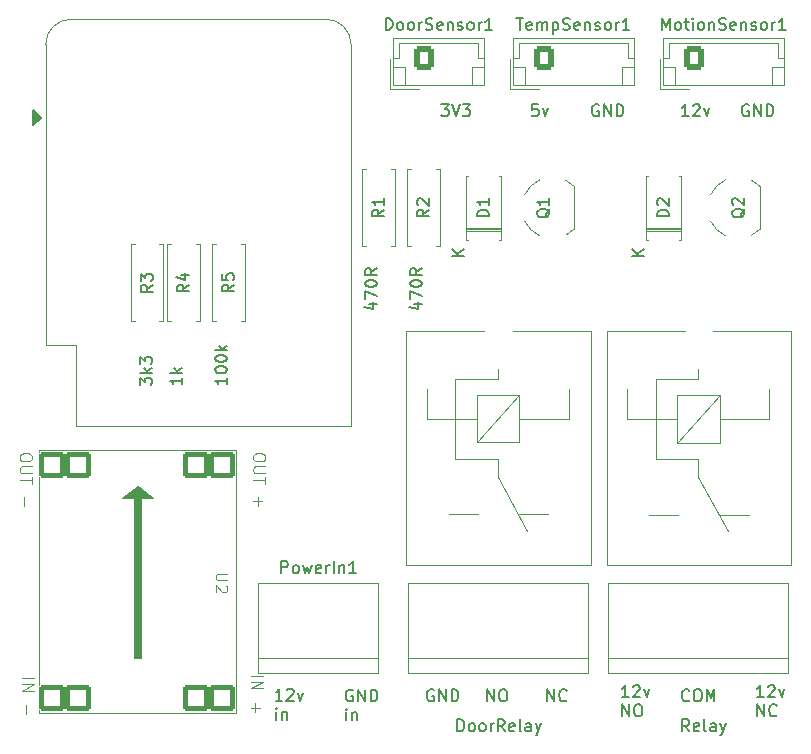
<source format=gto>
%TF.GenerationSoftware,KiCad,Pcbnew,7.0.10*%
%TF.CreationDate,2024-02-08T08:12:44+01:00*%
%TF.ProjectId,door_relay_sensor,646f6f72-5f72-4656-9c61-795f73656e73,rev?*%
%TF.SameCoordinates,Original*%
%TF.FileFunction,Legend,Top*%
%TF.FilePolarity,Positive*%
%FSLAX46Y46*%
G04 Gerber Fmt 4.6, Leading zero omitted, Abs format (unit mm)*
G04 Created by KiCad (PCBNEW 7.0.10) date 2024-02-08 08:12:44*
%MOMM*%
%LPD*%
G01*
G04 APERTURE LIST*
G04 Aperture macros list*
%AMRoundRect*
0 Rectangle with rounded corners*
0 $1 Rounding radius*
0 $2 $3 $4 $5 $6 $7 $8 $9 X,Y pos of 4 corners*
0 Add a 4 corners polygon primitive as box body*
4,1,4,$2,$3,$4,$5,$6,$7,$8,$9,$2,$3,0*
0 Add four circle primitives for the rounded corners*
1,1,$1+$1,$2,$3*
1,1,$1+$1,$4,$5*
1,1,$1+$1,$6,$7*
1,1,$1+$1,$8,$9*
0 Add four rect primitives between the rounded corners*
20,1,$1+$1,$2,$3,$4,$5,0*
20,1,$1+$1,$4,$5,$6,$7,0*
20,1,$1+$1,$6,$7,$8,$9,0*
20,1,$1+$1,$8,$9,$2,$3,0*%
G04 Aperture macros list end*
%ADD10C,0.150000*%
%ADD11C,0.100000*%
%ADD12C,0.120000*%
%ADD13R,3.000000X3.000000*%
%ADD14C,3.000000*%
%ADD15R,2.200000X2.200000*%
%ADD16O,2.200000X2.200000*%
%ADD17RoundRect,0.250000X-0.600000X-0.750000X0.600000X-0.750000X0.600000X0.750000X-0.600000X0.750000X0*%
%ADD18O,1.700000X2.000000*%
%ADD19R,1.500000X1.500000*%
%ADD20C,1.500000*%
%ADD21C,1.600000*%
%ADD22O,1.600000X1.600000*%
%ADD23RoundRect,0.200000X-0.900000X0.900000X-0.900000X-0.900000X0.900000X-0.900000X0.900000X0.900000X0*%
%ADD24C,2.500000*%
%ADD25RoundRect,0.250000X-0.600000X-0.725000X0.600000X-0.725000X0.600000X0.725000X-0.600000X0.725000X0*%
%ADD26O,1.700000X1.950000*%
%ADD27O,2.000000X1.600000*%
%ADD28R,2.000000X2.000000*%
G04 APERTURE END LIST*
D10*
X64639819Y-57559411D02*
X64639819Y-58130839D01*
X64639819Y-57845125D02*
X63639819Y-57845125D01*
X63639819Y-57845125D02*
X63782676Y-57940363D01*
X63782676Y-57940363D02*
X63877914Y-58035601D01*
X63877914Y-58035601D02*
X63925533Y-58130839D01*
X64639819Y-57130839D02*
X63639819Y-57130839D01*
X64258866Y-57035601D02*
X64639819Y-56749887D01*
X63973152Y-56749887D02*
X64354104Y-57130839D01*
X61099819Y-58178458D02*
X61099819Y-57559411D01*
X61099819Y-57559411D02*
X61480771Y-57892744D01*
X61480771Y-57892744D02*
X61480771Y-57749887D01*
X61480771Y-57749887D02*
X61528390Y-57654649D01*
X61528390Y-57654649D02*
X61576009Y-57607030D01*
X61576009Y-57607030D02*
X61671247Y-57559411D01*
X61671247Y-57559411D02*
X61909342Y-57559411D01*
X61909342Y-57559411D02*
X62004580Y-57607030D01*
X62004580Y-57607030D02*
X62052200Y-57654649D01*
X62052200Y-57654649D02*
X62099819Y-57749887D01*
X62099819Y-57749887D02*
X62099819Y-58035601D01*
X62099819Y-58035601D02*
X62052200Y-58130839D01*
X62052200Y-58130839D02*
X62004580Y-58178458D01*
X62099819Y-57130839D02*
X61099819Y-57130839D01*
X61718866Y-57035601D02*
X62099819Y-56749887D01*
X61433152Y-56749887D02*
X61814104Y-57130839D01*
X61099819Y-56416553D02*
X61099819Y-55797506D01*
X61099819Y-55797506D02*
X61480771Y-56130839D01*
X61480771Y-56130839D02*
X61480771Y-55987982D01*
X61480771Y-55987982D02*
X61528390Y-55892744D01*
X61528390Y-55892744D02*
X61576009Y-55845125D01*
X61576009Y-55845125D02*
X61671247Y-55797506D01*
X61671247Y-55797506D02*
X61909342Y-55797506D01*
X61909342Y-55797506D02*
X62004580Y-55845125D01*
X62004580Y-55845125D02*
X62052200Y-55892744D01*
X62052200Y-55892744D02*
X62099819Y-55987982D01*
X62099819Y-55987982D02*
X62099819Y-56273696D01*
X62099819Y-56273696D02*
X62052200Y-56368934D01*
X62052200Y-56368934D02*
X62004580Y-56416553D01*
X80483152Y-51304649D02*
X81149819Y-51304649D01*
X80102200Y-51542744D02*
X80816485Y-51780839D01*
X80816485Y-51780839D02*
X80816485Y-51161792D01*
X80149819Y-50876077D02*
X80149819Y-50209411D01*
X80149819Y-50209411D02*
X81149819Y-50637982D01*
X80149819Y-49637982D02*
X80149819Y-49542744D01*
X80149819Y-49542744D02*
X80197438Y-49447506D01*
X80197438Y-49447506D02*
X80245057Y-49399887D01*
X80245057Y-49399887D02*
X80340295Y-49352268D01*
X80340295Y-49352268D02*
X80530771Y-49304649D01*
X80530771Y-49304649D02*
X80768866Y-49304649D01*
X80768866Y-49304649D02*
X80959342Y-49352268D01*
X80959342Y-49352268D02*
X81054580Y-49399887D01*
X81054580Y-49399887D02*
X81102200Y-49447506D01*
X81102200Y-49447506D02*
X81149819Y-49542744D01*
X81149819Y-49542744D02*
X81149819Y-49637982D01*
X81149819Y-49637982D02*
X81102200Y-49733220D01*
X81102200Y-49733220D02*
X81054580Y-49780839D01*
X81054580Y-49780839D02*
X80959342Y-49828458D01*
X80959342Y-49828458D02*
X80768866Y-49876077D01*
X80768866Y-49876077D02*
X80530771Y-49876077D01*
X80530771Y-49876077D02*
X80340295Y-49828458D01*
X80340295Y-49828458D02*
X80245057Y-49780839D01*
X80245057Y-49780839D02*
X80197438Y-49733220D01*
X80197438Y-49733220D02*
X80149819Y-49637982D01*
X81149819Y-48304649D02*
X80673628Y-48637982D01*
X81149819Y-48876077D02*
X80149819Y-48876077D01*
X80149819Y-48876077D02*
X80149819Y-48495125D01*
X80149819Y-48495125D02*
X80197438Y-48399887D01*
X80197438Y-48399887D02*
X80245057Y-48352268D01*
X80245057Y-48352268D02*
X80340295Y-48304649D01*
X80340295Y-48304649D02*
X80483152Y-48304649D01*
X80483152Y-48304649D02*
X80578390Y-48352268D01*
X80578390Y-48352268D02*
X80626009Y-48399887D01*
X80626009Y-48399887D02*
X80673628Y-48495125D01*
X80673628Y-48495125D02*
X80673628Y-48876077D01*
X112620588Y-34477438D02*
X112525350Y-34429819D01*
X112525350Y-34429819D02*
X112382493Y-34429819D01*
X112382493Y-34429819D02*
X112239636Y-34477438D01*
X112239636Y-34477438D02*
X112144398Y-34572676D01*
X112144398Y-34572676D02*
X112096779Y-34667914D01*
X112096779Y-34667914D02*
X112049160Y-34858390D01*
X112049160Y-34858390D02*
X112049160Y-35001247D01*
X112049160Y-35001247D02*
X112096779Y-35191723D01*
X112096779Y-35191723D02*
X112144398Y-35286961D01*
X112144398Y-35286961D02*
X112239636Y-35382200D01*
X112239636Y-35382200D02*
X112382493Y-35429819D01*
X112382493Y-35429819D02*
X112477731Y-35429819D01*
X112477731Y-35429819D02*
X112620588Y-35382200D01*
X112620588Y-35382200D02*
X112668207Y-35334580D01*
X112668207Y-35334580D02*
X112668207Y-35001247D01*
X112668207Y-35001247D02*
X112477731Y-35001247D01*
X113096779Y-35429819D02*
X113096779Y-34429819D01*
X113096779Y-34429819D02*
X113668207Y-35429819D01*
X113668207Y-35429819D02*
X113668207Y-34429819D01*
X114144398Y-35429819D02*
X114144398Y-34429819D01*
X114144398Y-34429819D02*
X114382493Y-34429819D01*
X114382493Y-34429819D02*
X114525350Y-34477438D01*
X114525350Y-34477438D02*
X114620588Y-34572676D01*
X114620588Y-34572676D02*
X114668207Y-34667914D01*
X114668207Y-34667914D02*
X114715826Y-34858390D01*
X114715826Y-34858390D02*
X114715826Y-35001247D01*
X114715826Y-35001247D02*
X114668207Y-35191723D01*
X114668207Y-35191723D02*
X114620588Y-35286961D01*
X114620588Y-35286961D02*
X114525350Y-35382200D01*
X114525350Y-35382200D02*
X114382493Y-35429819D01*
X114382493Y-35429819D02*
X114144398Y-35429819D01*
X107588207Y-84864580D02*
X107540588Y-84912200D01*
X107540588Y-84912200D02*
X107397731Y-84959819D01*
X107397731Y-84959819D02*
X107302493Y-84959819D01*
X107302493Y-84959819D02*
X107159636Y-84912200D01*
X107159636Y-84912200D02*
X107064398Y-84816961D01*
X107064398Y-84816961D02*
X107016779Y-84721723D01*
X107016779Y-84721723D02*
X106969160Y-84531247D01*
X106969160Y-84531247D02*
X106969160Y-84388390D01*
X106969160Y-84388390D02*
X107016779Y-84197914D01*
X107016779Y-84197914D02*
X107064398Y-84102676D01*
X107064398Y-84102676D02*
X107159636Y-84007438D01*
X107159636Y-84007438D02*
X107302493Y-83959819D01*
X107302493Y-83959819D02*
X107397731Y-83959819D01*
X107397731Y-83959819D02*
X107540588Y-84007438D01*
X107540588Y-84007438D02*
X107588207Y-84055057D01*
X108207255Y-83959819D02*
X108397731Y-83959819D01*
X108397731Y-83959819D02*
X108492969Y-84007438D01*
X108492969Y-84007438D02*
X108588207Y-84102676D01*
X108588207Y-84102676D02*
X108635826Y-84293152D01*
X108635826Y-84293152D02*
X108635826Y-84626485D01*
X108635826Y-84626485D02*
X108588207Y-84816961D01*
X108588207Y-84816961D02*
X108492969Y-84912200D01*
X108492969Y-84912200D02*
X108397731Y-84959819D01*
X108397731Y-84959819D02*
X108207255Y-84959819D01*
X108207255Y-84959819D02*
X108112017Y-84912200D01*
X108112017Y-84912200D02*
X108016779Y-84816961D01*
X108016779Y-84816961D02*
X107969160Y-84626485D01*
X107969160Y-84626485D02*
X107969160Y-84293152D01*
X107969160Y-84293152D02*
X108016779Y-84102676D01*
X108016779Y-84102676D02*
X108112017Y-84007438D01*
X108112017Y-84007438D02*
X108207255Y-83959819D01*
X109064398Y-84959819D02*
X109064398Y-83959819D01*
X109064398Y-83959819D02*
X109397731Y-84674104D01*
X109397731Y-84674104D02*
X109731064Y-83959819D01*
X109731064Y-83959819D02*
X109731064Y-84959819D01*
X107540588Y-35429819D02*
X106969160Y-35429819D01*
X107254874Y-35429819D02*
X107254874Y-34429819D01*
X107254874Y-34429819D02*
X107159636Y-34572676D01*
X107159636Y-34572676D02*
X107064398Y-34667914D01*
X107064398Y-34667914D02*
X106969160Y-34715533D01*
X107921541Y-34525057D02*
X107969160Y-34477438D01*
X107969160Y-34477438D02*
X108064398Y-34429819D01*
X108064398Y-34429819D02*
X108302493Y-34429819D01*
X108302493Y-34429819D02*
X108397731Y-34477438D01*
X108397731Y-34477438D02*
X108445350Y-34525057D01*
X108445350Y-34525057D02*
X108492969Y-34620295D01*
X108492969Y-34620295D02*
X108492969Y-34715533D01*
X108492969Y-34715533D02*
X108445350Y-34858390D01*
X108445350Y-34858390D02*
X107873922Y-35429819D01*
X107873922Y-35429819D02*
X108492969Y-35429819D01*
X108826303Y-34763152D02*
X109064398Y-35429819D01*
X109064398Y-35429819D02*
X109302493Y-34763152D01*
X87966779Y-87499819D02*
X87966779Y-86499819D01*
X87966779Y-86499819D02*
X88204874Y-86499819D01*
X88204874Y-86499819D02*
X88347731Y-86547438D01*
X88347731Y-86547438D02*
X88442969Y-86642676D01*
X88442969Y-86642676D02*
X88490588Y-86737914D01*
X88490588Y-86737914D02*
X88538207Y-86928390D01*
X88538207Y-86928390D02*
X88538207Y-87071247D01*
X88538207Y-87071247D02*
X88490588Y-87261723D01*
X88490588Y-87261723D02*
X88442969Y-87356961D01*
X88442969Y-87356961D02*
X88347731Y-87452200D01*
X88347731Y-87452200D02*
X88204874Y-87499819D01*
X88204874Y-87499819D02*
X87966779Y-87499819D01*
X89109636Y-87499819D02*
X89014398Y-87452200D01*
X89014398Y-87452200D02*
X88966779Y-87404580D01*
X88966779Y-87404580D02*
X88919160Y-87309342D01*
X88919160Y-87309342D02*
X88919160Y-87023628D01*
X88919160Y-87023628D02*
X88966779Y-86928390D01*
X88966779Y-86928390D02*
X89014398Y-86880771D01*
X89014398Y-86880771D02*
X89109636Y-86833152D01*
X89109636Y-86833152D02*
X89252493Y-86833152D01*
X89252493Y-86833152D02*
X89347731Y-86880771D01*
X89347731Y-86880771D02*
X89395350Y-86928390D01*
X89395350Y-86928390D02*
X89442969Y-87023628D01*
X89442969Y-87023628D02*
X89442969Y-87309342D01*
X89442969Y-87309342D02*
X89395350Y-87404580D01*
X89395350Y-87404580D02*
X89347731Y-87452200D01*
X89347731Y-87452200D02*
X89252493Y-87499819D01*
X89252493Y-87499819D02*
X89109636Y-87499819D01*
X90014398Y-87499819D02*
X89919160Y-87452200D01*
X89919160Y-87452200D02*
X89871541Y-87404580D01*
X89871541Y-87404580D02*
X89823922Y-87309342D01*
X89823922Y-87309342D02*
X89823922Y-87023628D01*
X89823922Y-87023628D02*
X89871541Y-86928390D01*
X89871541Y-86928390D02*
X89919160Y-86880771D01*
X89919160Y-86880771D02*
X90014398Y-86833152D01*
X90014398Y-86833152D02*
X90157255Y-86833152D01*
X90157255Y-86833152D02*
X90252493Y-86880771D01*
X90252493Y-86880771D02*
X90300112Y-86928390D01*
X90300112Y-86928390D02*
X90347731Y-87023628D01*
X90347731Y-87023628D02*
X90347731Y-87309342D01*
X90347731Y-87309342D02*
X90300112Y-87404580D01*
X90300112Y-87404580D02*
X90252493Y-87452200D01*
X90252493Y-87452200D02*
X90157255Y-87499819D01*
X90157255Y-87499819D02*
X90014398Y-87499819D01*
X90776303Y-87499819D02*
X90776303Y-86833152D01*
X90776303Y-87023628D02*
X90823922Y-86928390D01*
X90823922Y-86928390D02*
X90871541Y-86880771D01*
X90871541Y-86880771D02*
X90966779Y-86833152D01*
X90966779Y-86833152D02*
X91062017Y-86833152D01*
X91966779Y-87499819D02*
X91633446Y-87023628D01*
X91395351Y-87499819D02*
X91395351Y-86499819D01*
X91395351Y-86499819D02*
X91776303Y-86499819D01*
X91776303Y-86499819D02*
X91871541Y-86547438D01*
X91871541Y-86547438D02*
X91919160Y-86595057D01*
X91919160Y-86595057D02*
X91966779Y-86690295D01*
X91966779Y-86690295D02*
X91966779Y-86833152D01*
X91966779Y-86833152D02*
X91919160Y-86928390D01*
X91919160Y-86928390D02*
X91871541Y-86976009D01*
X91871541Y-86976009D02*
X91776303Y-87023628D01*
X91776303Y-87023628D02*
X91395351Y-87023628D01*
X92776303Y-87452200D02*
X92681065Y-87499819D01*
X92681065Y-87499819D02*
X92490589Y-87499819D01*
X92490589Y-87499819D02*
X92395351Y-87452200D01*
X92395351Y-87452200D02*
X92347732Y-87356961D01*
X92347732Y-87356961D02*
X92347732Y-86976009D01*
X92347732Y-86976009D02*
X92395351Y-86880771D01*
X92395351Y-86880771D02*
X92490589Y-86833152D01*
X92490589Y-86833152D02*
X92681065Y-86833152D01*
X92681065Y-86833152D02*
X92776303Y-86880771D01*
X92776303Y-86880771D02*
X92823922Y-86976009D01*
X92823922Y-86976009D02*
X92823922Y-87071247D01*
X92823922Y-87071247D02*
X92347732Y-87166485D01*
X93395351Y-87499819D02*
X93300113Y-87452200D01*
X93300113Y-87452200D02*
X93252494Y-87356961D01*
X93252494Y-87356961D02*
X93252494Y-86499819D01*
X94204875Y-87499819D02*
X94204875Y-86976009D01*
X94204875Y-86976009D02*
X94157256Y-86880771D01*
X94157256Y-86880771D02*
X94062018Y-86833152D01*
X94062018Y-86833152D02*
X93871542Y-86833152D01*
X93871542Y-86833152D02*
X93776304Y-86880771D01*
X94204875Y-87452200D02*
X94109637Y-87499819D01*
X94109637Y-87499819D02*
X93871542Y-87499819D01*
X93871542Y-87499819D02*
X93776304Y-87452200D01*
X93776304Y-87452200D02*
X93728685Y-87356961D01*
X93728685Y-87356961D02*
X93728685Y-87261723D01*
X93728685Y-87261723D02*
X93776304Y-87166485D01*
X93776304Y-87166485D02*
X93871542Y-87118866D01*
X93871542Y-87118866D02*
X94109637Y-87118866D01*
X94109637Y-87118866D02*
X94204875Y-87071247D01*
X94585828Y-86833152D02*
X94823923Y-87499819D01*
X95062018Y-86833152D02*
X94823923Y-87499819D01*
X94823923Y-87499819D02*
X94728685Y-87737914D01*
X94728685Y-87737914D02*
X94681066Y-87785533D01*
X94681066Y-87785533D02*
X94585828Y-87833152D01*
X113890588Y-84619819D02*
X113319160Y-84619819D01*
X113604874Y-84619819D02*
X113604874Y-83619819D01*
X113604874Y-83619819D02*
X113509636Y-83762676D01*
X113509636Y-83762676D02*
X113414398Y-83857914D01*
X113414398Y-83857914D02*
X113319160Y-83905533D01*
X114271541Y-83715057D02*
X114319160Y-83667438D01*
X114319160Y-83667438D02*
X114414398Y-83619819D01*
X114414398Y-83619819D02*
X114652493Y-83619819D01*
X114652493Y-83619819D02*
X114747731Y-83667438D01*
X114747731Y-83667438D02*
X114795350Y-83715057D01*
X114795350Y-83715057D02*
X114842969Y-83810295D01*
X114842969Y-83810295D02*
X114842969Y-83905533D01*
X114842969Y-83905533D02*
X114795350Y-84048390D01*
X114795350Y-84048390D02*
X114223922Y-84619819D01*
X114223922Y-84619819D02*
X114842969Y-84619819D01*
X115176303Y-83953152D02*
X115414398Y-84619819D01*
X115414398Y-84619819D02*
X115652493Y-83953152D01*
X113366779Y-86229819D02*
X113366779Y-85229819D01*
X113366779Y-85229819D02*
X113938207Y-86229819D01*
X113938207Y-86229819D02*
X113938207Y-85229819D01*
X114985826Y-86134580D02*
X114938207Y-86182200D01*
X114938207Y-86182200D02*
X114795350Y-86229819D01*
X114795350Y-86229819D02*
X114700112Y-86229819D01*
X114700112Y-86229819D02*
X114557255Y-86182200D01*
X114557255Y-86182200D02*
X114462017Y-86086961D01*
X114462017Y-86086961D02*
X114414398Y-85991723D01*
X114414398Y-85991723D02*
X114366779Y-85801247D01*
X114366779Y-85801247D02*
X114366779Y-85658390D01*
X114366779Y-85658390D02*
X114414398Y-85467914D01*
X114414398Y-85467914D02*
X114462017Y-85372676D01*
X114462017Y-85372676D02*
X114557255Y-85277438D01*
X114557255Y-85277438D02*
X114700112Y-85229819D01*
X114700112Y-85229819D02*
X114795350Y-85229819D01*
X114795350Y-85229819D02*
X114938207Y-85277438D01*
X114938207Y-85277438D02*
X114985826Y-85325057D01*
X84293152Y-51304649D02*
X84959819Y-51304649D01*
X83912200Y-51542744D02*
X84626485Y-51780839D01*
X84626485Y-51780839D02*
X84626485Y-51161792D01*
X83959819Y-50876077D02*
X83959819Y-50209411D01*
X83959819Y-50209411D02*
X84959819Y-50637982D01*
X83959819Y-49637982D02*
X83959819Y-49542744D01*
X83959819Y-49542744D02*
X84007438Y-49447506D01*
X84007438Y-49447506D02*
X84055057Y-49399887D01*
X84055057Y-49399887D02*
X84150295Y-49352268D01*
X84150295Y-49352268D02*
X84340771Y-49304649D01*
X84340771Y-49304649D02*
X84578866Y-49304649D01*
X84578866Y-49304649D02*
X84769342Y-49352268D01*
X84769342Y-49352268D02*
X84864580Y-49399887D01*
X84864580Y-49399887D02*
X84912200Y-49447506D01*
X84912200Y-49447506D02*
X84959819Y-49542744D01*
X84959819Y-49542744D02*
X84959819Y-49637982D01*
X84959819Y-49637982D02*
X84912200Y-49733220D01*
X84912200Y-49733220D02*
X84864580Y-49780839D01*
X84864580Y-49780839D02*
X84769342Y-49828458D01*
X84769342Y-49828458D02*
X84578866Y-49876077D01*
X84578866Y-49876077D02*
X84340771Y-49876077D01*
X84340771Y-49876077D02*
X84150295Y-49828458D01*
X84150295Y-49828458D02*
X84055057Y-49780839D01*
X84055057Y-49780839D02*
X84007438Y-49733220D01*
X84007438Y-49733220D02*
X83959819Y-49637982D01*
X84959819Y-48304649D02*
X84483628Y-48637982D01*
X84959819Y-48876077D02*
X83959819Y-48876077D01*
X83959819Y-48876077D02*
X83959819Y-48495125D01*
X83959819Y-48495125D02*
X84007438Y-48399887D01*
X84007438Y-48399887D02*
X84055057Y-48352268D01*
X84055057Y-48352268D02*
X84150295Y-48304649D01*
X84150295Y-48304649D02*
X84293152Y-48304649D01*
X84293152Y-48304649D02*
X84388390Y-48352268D01*
X84388390Y-48352268D02*
X84436009Y-48399887D01*
X84436009Y-48399887D02*
X84483628Y-48495125D01*
X84483628Y-48495125D02*
X84483628Y-48876077D01*
X102460588Y-84619819D02*
X101889160Y-84619819D01*
X102174874Y-84619819D02*
X102174874Y-83619819D01*
X102174874Y-83619819D02*
X102079636Y-83762676D01*
X102079636Y-83762676D02*
X101984398Y-83857914D01*
X101984398Y-83857914D02*
X101889160Y-83905533D01*
X102841541Y-83715057D02*
X102889160Y-83667438D01*
X102889160Y-83667438D02*
X102984398Y-83619819D01*
X102984398Y-83619819D02*
X103222493Y-83619819D01*
X103222493Y-83619819D02*
X103317731Y-83667438D01*
X103317731Y-83667438D02*
X103365350Y-83715057D01*
X103365350Y-83715057D02*
X103412969Y-83810295D01*
X103412969Y-83810295D02*
X103412969Y-83905533D01*
X103412969Y-83905533D02*
X103365350Y-84048390D01*
X103365350Y-84048390D02*
X102793922Y-84619819D01*
X102793922Y-84619819D02*
X103412969Y-84619819D01*
X103746303Y-83953152D02*
X103984398Y-84619819D01*
X103984398Y-84619819D02*
X104222493Y-83953152D01*
X101936779Y-86229819D02*
X101936779Y-85229819D01*
X101936779Y-85229819D02*
X102508207Y-86229819D01*
X102508207Y-86229819D02*
X102508207Y-85229819D01*
X103174874Y-85229819D02*
X103365350Y-85229819D01*
X103365350Y-85229819D02*
X103460588Y-85277438D01*
X103460588Y-85277438D02*
X103555826Y-85372676D01*
X103555826Y-85372676D02*
X103603445Y-85563152D01*
X103603445Y-85563152D02*
X103603445Y-85896485D01*
X103603445Y-85896485D02*
X103555826Y-86086961D01*
X103555826Y-86086961D02*
X103460588Y-86182200D01*
X103460588Y-86182200D02*
X103365350Y-86229819D01*
X103365350Y-86229819D02*
X103174874Y-86229819D01*
X103174874Y-86229819D02*
X103079636Y-86182200D01*
X103079636Y-86182200D02*
X102984398Y-86086961D01*
X102984398Y-86086961D02*
X102936779Y-85896485D01*
X102936779Y-85896485D02*
X102936779Y-85563152D01*
X102936779Y-85563152D02*
X102984398Y-85372676D01*
X102984398Y-85372676D02*
X103079636Y-85277438D01*
X103079636Y-85277438D02*
X103174874Y-85229819D01*
X107588207Y-87499819D02*
X107254874Y-87023628D01*
X107016779Y-87499819D02*
X107016779Y-86499819D01*
X107016779Y-86499819D02*
X107397731Y-86499819D01*
X107397731Y-86499819D02*
X107492969Y-86547438D01*
X107492969Y-86547438D02*
X107540588Y-86595057D01*
X107540588Y-86595057D02*
X107588207Y-86690295D01*
X107588207Y-86690295D02*
X107588207Y-86833152D01*
X107588207Y-86833152D02*
X107540588Y-86928390D01*
X107540588Y-86928390D02*
X107492969Y-86976009D01*
X107492969Y-86976009D02*
X107397731Y-87023628D01*
X107397731Y-87023628D02*
X107016779Y-87023628D01*
X108397731Y-87452200D02*
X108302493Y-87499819D01*
X108302493Y-87499819D02*
X108112017Y-87499819D01*
X108112017Y-87499819D02*
X108016779Y-87452200D01*
X108016779Y-87452200D02*
X107969160Y-87356961D01*
X107969160Y-87356961D02*
X107969160Y-86976009D01*
X107969160Y-86976009D02*
X108016779Y-86880771D01*
X108016779Y-86880771D02*
X108112017Y-86833152D01*
X108112017Y-86833152D02*
X108302493Y-86833152D01*
X108302493Y-86833152D02*
X108397731Y-86880771D01*
X108397731Y-86880771D02*
X108445350Y-86976009D01*
X108445350Y-86976009D02*
X108445350Y-87071247D01*
X108445350Y-87071247D02*
X107969160Y-87166485D01*
X109016779Y-87499819D02*
X108921541Y-87452200D01*
X108921541Y-87452200D02*
X108873922Y-87356961D01*
X108873922Y-87356961D02*
X108873922Y-86499819D01*
X109826303Y-87499819D02*
X109826303Y-86976009D01*
X109826303Y-86976009D02*
X109778684Y-86880771D01*
X109778684Y-86880771D02*
X109683446Y-86833152D01*
X109683446Y-86833152D02*
X109492970Y-86833152D01*
X109492970Y-86833152D02*
X109397732Y-86880771D01*
X109826303Y-87452200D02*
X109731065Y-87499819D01*
X109731065Y-87499819D02*
X109492970Y-87499819D01*
X109492970Y-87499819D02*
X109397732Y-87452200D01*
X109397732Y-87452200D02*
X109350113Y-87356961D01*
X109350113Y-87356961D02*
X109350113Y-87261723D01*
X109350113Y-87261723D02*
X109397732Y-87166485D01*
X109397732Y-87166485D02*
X109492970Y-87118866D01*
X109492970Y-87118866D02*
X109731065Y-87118866D01*
X109731065Y-87118866D02*
X109826303Y-87071247D01*
X110207256Y-86833152D02*
X110445351Y-87499819D01*
X110683446Y-86833152D02*
X110445351Y-87499819D01*
X110445351Y-87499819D02*
X110350113Y-87737914D01*
X110350113Y-87737914D02*
X110302494Y-87785533D01*
X110302494Y-87785533D02*
X110207256Y-87833152D01*
X85950588Y-84007438D02*
X85855350Y-83959819D01*
X85855350Y-83959819D02*
X85712493Y-83959819D01*
X85712493Y-83959819D02*
X85569636Y-84007438D01*
X85569636Y-84007438D02*
X85474398Y-84102676D01*
X85474398Y-84102676D02*
X85426779Y-84197914D01*
X85426779Y-84197914D02*
X85379160Y-84388390D01*
X85379160Y-84388390D02*
X85379160Y-84531247D01*
X85379160Y-84531247D02*
X85426779Y-84721723D01*
X85426779Y-84721723D02*
X85474398Y-84816961D01*
X85474398Y-84816961D02*
X85569636Y-84912200D01*
X85569636Y-84912200D02*
X85712493Y-84959819D01*
X85712493Y-84959819D02*
X85807731Y-84959819D01*
X85807731Y-84959819D02*
X85950588Y-84912200D01*
X85950588Y-84912200D02*
X85998207Y-84864580D01*
X85998207Y-84864580D02*
X85998207Y-84531247D01*
X85998207Y-84531247D02*
X85807731Y-84531247D01*
X86426779Y-84959819D02*
X86426779Y-83959819D01*
X86426779Y-83959819D02*
X86998207Y-84959819D01*
X86998207Y-84959819D02*
X86998207Y-83959819D01*
X87474398Y-84959819D02*
X87474398Y-83959819D01*
X87474398Y-83959819D02*
X87712493Y-83959819D01*
X87712493Y-83959819D02*
X87855350Y-84007438D01*
X87855350Y-84007438D02*
X87950588Y-84102676D01*
X87950588Y-84102676D02*
X87998207Y-84197914D01*
X87998207Y-84197914D02*
X88045826Y-84388390D01*
X88045826Y-84388390D02*
X88045826Y-84531247D01*
X88045826Y-84531247D02*
X87998207Y-84721723D01*
X87998207Y-84721723D02*
X87950588Y-84816961D01*
X87950588Y-84816961D02*
X87855350Y-84912200D01*
X87855350Y-84912200D02*
X87712493Y-84959819D01*
X87712493Y-84959819D02*
X87474398Y-84959819D01*
X90506779Y-84959819D02*
X90506779Y-83959819D01*
X90506779Y-83959819D02*
X91078207Y-84959819D01*
X91078207Y-84959819D02*
X91078207Y-83959819D01*
X91744874Y-83959819D02*
X91935350Y-83959819D01*
X91935350Y-83959819D02*
X92030588Y-84007438D01*
X92030588Y-84007438D02*
X92125826Y-84102676D01*
X92125826Y-84102676D02*
X92173445Y-84293152D01*
X92173445Y-84293152D02*
X92173445Y-84626485D01*
X92173445Y-84626485D02*
X92125826Y-84816961D01*
X92125826Y-84816961D02*
X92030588Y-84912200D01*
X92030588Y-84912200D02*
X91935350Y-84959819D01*
X91935350Y-84959819D02*
X91744874Y-84959819D01*
X91744874Y-84959819D02*
X91649636Y-84912200D01*
X91649636Y-84912200D02*
X91554398Y-84816961D01*
X91554398Y-84816961D02*
X91506779Y-84626485D01*
X91506779Y-84626485D02*
X91506779Y-84293152D01*
X91506779Y-84293152D02*
X91554398Y-84102676D01*
X91554398Y-84102676D02*
X91649636Y-84007438D01*
X91649636Y-84007438D02*
X91744874Y-83959819D01*
X95586779Y-84959819D02*
X95586779Y-83959819D01*
X95586779Y-83959819D02*
X96158207Y-84959819D01*
X96158207Y-84959819D02*
X96158207Y-83959819D01*
X97205826Y-84864580D02*
X97158207Y-84912200D01*
X97158207Y-84912200D02*
X97015350Y-84959819D01*
X97015350Y-84959819D02*
X96920112Y-84959819D01*
X96920112Y-84959819D02*
X96777255Y-84912200D01*
X96777255Y-84912200D02*
X96682017Y-84816961D01*
X96682017Y-84816961D02*
X96634398Y-84721723D01*
X96634398Y-84721723D02*
X96586779Y-84531247D01*
X96586779Y-84531247D02*
X96586779Y-84388390D01*
X96586779Y-84388390D02*
X96634398Y-84197914D01*
X96634398Y-84197914D02*
X96682017Y-84102676D01*
X96682017Y-84102676D02*
X96777255Y-84007438D01*
X96777255Y-84007438D02*
X96920112Y-83959819D01*
X96920112Y-83959819D02*
X97015350Y-83959819D01*
X97015350Y-83959819D02*
X97158207Y-84007438D01*
X97158207Y-84007438D02*
X97205826Y-84055057D01*
X79095665Y-84017584D02*
X79000427Y-83969965D01*
X79000427Y-83969965D02*
X78857570Y-83969965D01*
X78857570Y-83969965D02*
X78714713Y-84017584D01*
X78714713Y-84017584D02*
X78619475Y-84112822D01*
X78619475Y-84112822D02*
X78571856Y-84208060D01*
X78571856Y-84208060D02*
X78524237Y-84398536D01*
X78524237Y-84398536D02*
X78524237Y-84541393D01*
X78524237Y-84541393D02*
X78571856Y-84731869D01*
X78571856Y-84731869D02*
X78619475Y-84827107D01*
X78619475Y-84827107D02*
X78714713Y-84922346D01*
X78714713Y-84922346D02*
X78857570Y-84969965D01*
X78857570Y-84969965D02*
X78952808Y-84969965D01*
X78952808Y-84969965D02*
X79095665Y-84922346D01*
X79095665Y-84922346D02*
X79143284Y-84874726D01*
X79143284Y-84874726D02*
X79143284Y-84541393D01*
X79143284Y-84541393D02*
X78952808Y-84541393D01*
X79571856Y-84969965D02*
X79571856Y-83969965D01*
X79571856Y-83969965D02*
X80143284Y-84969965D01*
X80143284Y-84969965D02*
X80143284Y-83969965D01*
X80619475Y-84969965D02*
X80619475Y-83969965D01*
X80619475Y-83969965D02*
X80857570Y-83969965D01*
X80857570Y-83969965D02*
X81000427Y-84017584D01*
X81000427Y-84017584D02*
X81095665Y-84112822D01*
X81095665Y-84112822D02*
X81143284Y-84208060D01*
X81143284Y-84208060D02*
X81190903Y-84398536D01*
X81190903Y-84398536D02*
X81190903Y-84541393D01*
X81190903Y-84541393D02*
X81143284Y-84731869D01*
X81143284Y-84731869D02*
X81095665Y-84827107D01*
X81095665Y-84827107D02*
X81000427Y-84922346D01*
X81000427Y-84922346D02*
X80857570Y-84969965D01*
X80857570Y-84969965D02*
X80619475Y-84969965D01*
X78571856Y-86579965D02*
X78571856Y-85913298D01*
X78571856Y-85579965D02*
X78524237Y-85627584D01*
X78524237Y-85627584D02*
X78571856Y-85675203D01*
X78571856Y-85675203D02*
X78619475Y-85627584D01*
X78619475Y-85627584D02*
X78571856Y-85579965D01*
X78571856Y-85579965D02*
X78571856Y-85675203D01*
X79048046Y-85913298D02*
X79048046Y-86579965D01*
X79048046Y-86008536D02*
X79095665Y-85960917D01*
X79095665Y-85960917D02*
X79190903Y-85913298D01*
X79190903Y-85913298D02*
X79333760Y-85913298D01*
X79333760Y-85913298D02*
X79428998Y-85960917D01*
X79428998Y-85960917D02*
X79476617Y-86056155D01*
X79476617Y-86056155D02*
X79476617Y-86579965D01*
X99920588Y-34477438D02*
X99825350Y-34429819D01*
X99825350Y-34429819D02*
X99682493Y-34429819D01*
X99682493Y-34429819D02*
X99539636Y-34477438D01*
X99539636Y-34477438D02*
X99444398Y-34572676D01*
X99444398Y-34572676D02*
X99396779Y-34667914D01*
X99396779Y-34667914D02*
X99349160Y-34858390D01*
X99349160Y-34858390D02*
X99349160Y-35001247D01*
X99349160Y-35001247D02*
X99396779Y-35191723D01*
X99396779Y-35191723D02*
X99444398Y-35286961D01*
X99444398Y-35286961D02*
X99539636Y-35382200D01*
X99539636Y-35382200D02*
X99682493Y-35429819D01*
X99682493Y-35429819D02*
X99777731Y-35429819D01*
X99777731Y-35429819D02*
X99920588Y-35382200D01*
X99920588Y-35382200D02*
X99968207Y-35334580D01*
X99968207Y-35334580D02*
X99968207Y-35001247D01*
X99968207Y-35001247D02*
X99777731Y-35001247D01*
X100396779Y-35429819D02*
X100396779Y-34429819D01*
X100396779Y-34429819D02*
X100968207Y-35429819D01*
X100968207Y-35429819D02*
X100968207Y-34429819D01*
X101444398Y-35429819D02*
X101444398Y-34429819D01*
X101444398Y-34429819D02*
X101682493Y-34429819D01*
X101682493Y-34429819D02*
X101825350Y-34477438D01*
X101825350Y-34477438D02*
X101920588Y-34572676D01*
X101920588Y-34572676D02*
X101968207Y-34667914D01*
X101968207Y-34667914D02*
X102015826Y-34858390D01*
X102015826Y-34858390D02*
X102015826Y-35001247D01*
X102015826Y-35001247D02*
X101968207Y-35191723D01*
X101968207Y-35191723D02*
X101920588Y-35286961D01*
X101920588Y-35286961D02*
X101825350Y-35382200D01*
X101825350Y-35382200D02*
X101682493Y-35429819D01*
X101682493Y-35429819D02*
X101444398Y-35429819D01*
X94792969Y-34429819D02*
X94316779Y-34429819D01*
X94316779Y-34429819D02*
X94269160Y-34906009D01*
X94269160Y-34906009D02*
X94316779Y-34858390D01*
X94316779Y-34858390D02*
X94412017Y-34810771D01*
X94412017Y-34810771D02*
X94650112Y-34810771D01*
X94650112Y-34810771D02*
X94745350Y-34858390D01*
X94745350Y-34858390D02*
X94792969Y-34906009D01*
X94792969Y-34906009D02*
X94840588Y-35001247D01*
X94840588Y-35001247D02*
X94840588Y-35239342D01*
X94840588Y-35239342D02*
X94792969Y-35334580D01*
X94792969Y-35334580D02*
X94745350Y-35382200D01*
X94745350Y-35382200D02*
X94650112Y-35429819D01*
X94650112Y-35429819D02*
X94412017Y-35429819D01*
X94412017Y-35429819D02*
X94316779Y-35382200D01*
X94316779Y-35382200D02*
X94269160Y-35334580D01*
X95173922Y-34763152D02*
X95412017Y-35429819D01*
X95412017Y-35429819D02*
X95650112Y-34763152D01*
X68449819Y-57559411D02*
X68449819Y-58130839D01*
X68449819Y-57845125D02*
X67449819Y-57845125D01*
X67449819Y-57845125D02*
X67592676Y-57940363D01*
X67592676Y-57940363D02*
X67687914Y-58035601D01*
X67687914Y-58035601D02*
X67735533Y-58130839D01*
X67449819Y-56940363D02*
X67449819Y-56845125D01*
X67449819Y-56845125D02*
X67497438Y-56749887D01*
X67497438Y-56749887D02*
X67545057Y-56702268D01*
X67545057Y-56702268D02*
X67640295Y-56654649D01*
X67640295Y-56654649D02*
X67830771Y-56607030D01*
X67830771Y-56607030D02*
X68068866Y-56607030D01*
X68068866Y-56607030D02*
X68259342Y-56654649D01*
X68259342Y-56654649D02*
X68354580Y-56702268D01*
X68354580Y-56702268D02*
X68402200Y-56749887D01*
X68402200Y-56749887D02*
X68449819Y-56845125D01*
X68449819Y-56845125D02*
X68449819Y-56940363D01*
X68449819Y-56940363D02*
X68402200Y-57035601D01*
X68402200Y-57035601D02*
X68354580Y-57083220D01*
X68354580Y-57083220D02*
X68259342Y-57130839D01*
X68259342Y-57130839D02*
X68068866Y-57178458D01*
X68068866Y-57178458D02*
X67830771Y-57178458D01*
X67830771Y-57178458D02*
X67640295Y-57130839D01*
X67640295Y-57130839D02*
X67545057Y-57083220D01*
X67545057Y-57083220D02*
X67497438Y-57035601D01*
X67497438Y-57035601D02*
X67449819Y-56940363D01*
X67449819Y-55987982D02*
X67449819Y-55892744D01*
X67449819Y-55892744D02*
X67497438Y-55797506D01*
X67497438Y-55797506D02*
X67545057Y-55749887D01*
X67545057Y-55749887D02*
X67640295Y-55702268D01*
X67640295Y-55702268D02*
X67830771Y-55654649D01*
X67830771Y-55654649D02*
X68068866Y-55654649D01*
X68068866Y-55654649D02*
X68259342Y-55702268D01*
X68259342Y-55702268D02*
X68354580Y-55749887D01*
X68354580Y-55749887D02*
X68402200Y-55797506D01*
X68402200Y-55797506D02*
X68449819Y-55892744D01*
X68449819Y-55892744D02*
X68449819Y-55987982D01*
X68449819Y-55987982D02*
X68402200Y-56083220D01*
X68402200Y-56083220D02*
X68354580Y-56130839D01*
X68354580Y-56130839D02*
X68259342Y-56178458D01*
X68259342Y-56178458D02*
X68068866Y-56226077D01*
X68068866Y-56226077D02*
X67830771Y-56226077D01*
X67830771Y-56226077D02*
X67640295Y-56178458D01*
X67640295Y-56178458D02*
X67545057Y-56130839D01*
X67545057Y-56130839D02*
X67497438Y-56083220D01*
X67497438Y-56083220D02*
X67449819Y-55987982D01*
X68449819Y-55226077D02*
X67449819Y-55226077D01*
X68068866Y-55130839D02*
X68449819Y-54845125D01*
X67783152Y-54845125D02*
X68164104Y-55226077D01*
X86601541Y-34429819D02*
X87220588Y-34429819D01*
X87220588Y-34429819D02*
X86887255Y-34810771D01*
X86887255Y-34810771D02*
X87030112Y-34810771D01*
X87030112Y-34810771D02*
X87125350Y-34858390D01*
X87125350Y-34858390D02*
X87172969Y-34906009D01*
X87172969Y-34906009D02*
X87220588Y-35001247D01*
X87220588Y-35001247D02*
X87220588Y-35239342D01*
X87220588Y-35239342D02*
X87172969Y-35334580D01*
X87172969Y-35334580D02*
X87125350Y-35382200D01*
X87125350Y-35382200D02*
X87030112Y-35429819D01*
X87030112Y-35429819D02*
X86744398Y-35429819D01*
X86744398Y-35429819D02*
X86649160Y-35382200D01*
X86649160Y-35382200D02*
X86601541Y-35334580D01*
X87506303Y-34429819D02*
X87839636Y-35429819D01*
X87839636Y-35429819D02*
X88172969Y-34429819D01*
X88411065Y-34429819D02*
X89030112Y-34429819D01*
X89030112Y-34429819D02*
X88696779Y-34810771D01*
X88696779Y-34810771D02*
X88839636Y-34810771D01*
X88839636Y-34810771D02*
X88934874Y-34858390D01*
X88934874Y-34858390D02*
X88982493Y-34906009D01*
X88982493Y-34906009D02*
X89030112Y-35001247D01*
X89030112Y-35001247D02*
X89030112Y-35239342D01*
X89030112Y-35239342D02*
X88982493Y-35334580D01*
X88982493Y-35334580D02*
X88934874Y-35382200D01*
X88934874Y-35382200D02*
X88839636Y-35429819D01*
X88839636Y-35429819D02*
X88553922Y-35429819D01*
X88553922Y-35429819D02*
X88458684Y-35382200D01*
X88458684Y-35382200D02*
X88411065Y-35334580D01*
X73146526Y-84903863D02*
X72575098Y-84903863D01*
X72860812Y-84903863D02*
X72860812Y-83903863D01*
X72860812Y-83903863D02*
X72765574Y-84046720D01*
X72765574Y-84046720D02*
X72670336Y-84141958D01*
X72670336Y-84141958D02*
X72575098Y-84189577D01*
X73527479Y-83999101D02*
X73575098Y-83951482D01*
X73575098Y-83951482D02*
X73670336Y-83903863D01*
X73670336Y-83903863D02*
X73908431Y-83903863D01*
X73908431Y-83903863D02*
X74003669Y-83951482D01*
X74003669Y-83951482D02*
X74051288Y-83999101D01*
X74051288Y-83999101D02*
X74098907Y-84094339D01*
X74098907Y-84094339D02*
X74098907Y-84189577D01*
X74098907Y-84189577D02*
X74051288Y-84332434D01*
X74051288Y-84332434D02*
X73479860Y-84903863D01*
X73479860Y-84903863D02*
X74098907Y-84903863D01*
X74432241Y-84237196D02*
X74670336Y-84903863D01*
X74670336Y-84903863D02*
X74908431Y-84237196D01*
X72622717Y-86513863D02*
X72622717Y-85847196D01*
X72622717Y-85513863D02*
X72575098Y-85561482D01*
X72575098Y-85561482D02*
X72622717Y-85609101D01*
X72622717Y-85609101D02*
X72670336Y-85561482D01*
X72670336Y-85561482D02*
X72622717Y-85513863D01*
X72622717Y-85513863D02*
X72622717Y-85609101D01*
X73098907Y-85847196D02*
X73098907Y-86513863D01*
X73098907Y-85942434D02*
X73146526Y-85894815D01*
X73146526Y-85894815D02*
X73241764Y-85847196D01*
X73241764Y-85847196D02*
X73384621Y-85847196D01*
X73384621Y-85847196D02*
X73479859Y-85894815D01*
X73479859Y-85894815D02*
X73527478Y-85990053D01*
X73527478Y-85990053D02*
X73527478Y-86513863D01*
X90624819Y-43918094D02*
X89624819Y-43918094D01*
X89624819Y-43918094D02*
X89624819Y-43679999D01*
X89624819Y-43679999D02*
X89672438Y-43537142D01*
X89672438Y-43537142D02*
X89767676Y-43441904D01*
X89767676Y-43441904D02*
X89862914Y-43394285D01*
X89862914Y-43394285D02*
X90053390Y-43346666D01*
X90053390Y-43346666D02*
X90196247Y-43346666D01*
X90196247Y-43346666D02*
X90386723Y-43394285D01*
X90386723Y-43394285D02*
X90481961Y-43441904D01*
X90481961Y-43441904D02*
X90577200Y-43537142D01*
X90577200Y-43537142D02*
X90624819Y-43679999D01*
X90624819Y-43679999D02*
X90624819Y-43918094D01*
X90624819Y-42394285D02*
X90624819Y-42965713D01*
X90624819Y-42679999D02*
X89624819Y-42679999D01*
X89624819Y-42679999D02*
X89767676Y-42775237D01*
X89767676Y-42775237D02*
X89862914Y-42870475D01*
X89862914Y-42870475D02*
X89910533Y-42965713D01*
X88524819Y-47251904D02*
X87524819Y-47251904D01*
X88524819Y-46680476D02*
X87953390Y-47109047D01*
X87524819Y-46680476D02*
X88096247Y-47251904D01*
X81903809Y-28134819D02*
X81903809Y-27134819D01*
X81903809Y-27134819D02*
X82141904Y-27134819D01*
X82141904Y-27134819D02*
X82284761Y-27182438D01*
X82284761Y-27182438D02*
X82379999Y-27277676D01*
X82379999Y-27277676D02*
X82427618Y-27372914D01*
X82427618Y-27372914D02*
X82475237Y-27563390D01*
X82475237Y-27563390D02*
X82475237Y-27706247D01*
X82475237Y-27706247D02*
X82427618Y-27896723D01*
X82427618Y-27896723D02*
X82379999Y-27991961D01*
X82379999Y-27991961D02*
X82284761Y-28087200D01*
X82284761Y-28087200D02*
X82141904Y-28134819D01*
X82141904Y-28134819D02*
X81903809Y-28134819D01*
X83046666Y-28134819D02*
X82951428Y-28087200D01*
X82951428Y-28087200D02*
X82903809Y-28039580D01*
X82903809Y-28039580D02*
X82856190Y-27944342D01*
X82856190Y-27944342D02*
X82856190Y-27658628D01*
X82856190Y-27658628D02*
X82903809Y-27563390D01*
X82903809Y-27563390D02*
X82951428Y-27515771D01*
X82951428Y-27515771D02*
X83046666Y-27468152D01*
X83046666Y-27468152D02*
X83189523Y-27468152D01*
X83189523Y-27468152D02*
X83284761Y-27515771D01*
X83284761Y-27515771D02*
X83332380Y-27563390D01*
X83332380Y-27563390D02*
X83379999Y-27658628D01*
X83379999Y-27658628D02*
X83379999Y-27944342D01*
X83379999Y-27944342D02*
X83332380Y-28039580D01*
X83332380Y-28039580D02*
X83284761Y-28087200D01*
X83284761Y-28087200D02*
X83189523Y-28134819D01*
X83189523Y-28134819D02*
X83046666Y-28134819D01*
X83951428Y-28134819D02*
X83856190Y-28087200D01*
X83856190Y-28087200D02*
X83808571Y-28039580D01*
X83808571Y-28039580D02*
X83760952Y-27944342D01*
X83760952Y-27944342D02*
X83760952Y-27658628D01*
X83760952Y-27658628D02*
X83808571Y-27563390D01*
X83808571Y-27563390D02*
X83856190Y-27515771D01*
X83856190Y-27515771D02*
X83951428Y-27468152D01*
X83951428Y-27468152D02*
X84094285Y-27468152D01*
X84094285Y-27468152D02*
X84189523Y-27515771D01*
X84189523Y-27515771D02*
X84237142Y-27563390D01*
X84237142Y-27563390D02*
X84284761Y-27658628D01*
X84284761Y-27658628D02*
X84284761Y-27944342D01*
X84284761Y-27944342D02*
X84237142Y-28039580D01*
X84237142Y-28039580D02*
X84189523Y-28087200D01*
X84189523Y-28087200D02*
X84094285Y-28134819D01*
X84094285Y-28134819D02*
X83951428Y-28134819D01*
X84713333Y-28134819D02*
X84713333Y-27468152D01*
X84713333Y-27658628D02*
X84760952Y-27563390D01*
X84760952Y-27563390D02*
X84808571Y-27515771D01*
X84808571Y-27515771D02*
X84903809Y-27468152D01*
X84903809Y-27468152D02*
X84999047Y-27468152D01*
X85284762Y-28087200D02*
X85427619Y-28134819D01*
X85427619Y-28134819D02*
X85665714Y-28134819D01*
X85665714Y-28134819D02*
X85760952Y-28087200D01*
X85760952Y-28087200D02*
X85808571Y-28039580D01*
X85808571Y-28039580D02*
X85856190Y-27944342D01*
X85856190Y-27944342D02*
X85856190Y-27849104D01*
X85856190Y-27849104D02*
X85808571Y-27753866D01*
X85808571Y-27753866D02*
X85760952Y-27706247D01*
X85760952Y-27706247D02*
X85665714Y-27658628D01*
X85665714Y-27658628D02*
X85475238Y-27611009D01*
X85475238Y-27611009D02*
X85380000Y-27563390D01*
X85380000Y-27563390D02*
X85332381Y-27515771D01*
X85332381Y-27515771D02*
X85284762Y-27420533D01*
X85284762Y-27420533D02*
X85284762Y-27325295D01*
X85284762Y-27325295D02*
X85332381Y-27230057D01*
X85332381Y-27230057D02*
X85380000Y-27182438D01*
X85380000Y-27182438D02*
X85475238Y-27134819D01*
X85475238Y-27134819D02*
X85713333Y-27134819D01*
X85713333Y-27134819D02*
X85856190Y-27182438D01*
X86665714Y-28087200D02*
X86570476Y-28134819D01*
X86570476Y-28134819D02*
X86380000Y-28134819D01*
X86380000Y-28134819D02*
X86284762Y-28087200D01*
X86284762Y-28087200D02*
X86237143Y-27991961D01*
X86237143Y-27991961D02*
X86237143Y-27611009D01*
X86237143Y-27611009D02*
X86284762Y-27515771D01*
X86284762Y-27515771D02*
X86380000Y-27468152D01*
X86380000Y-27468152D02*
X86570476Y-27468152D01*
X86570476Y-27468152D02*
X86665714Y-27515771D01*
X86665714Y-27515771D02*
X86713333Y-27611009D01*
X86713333Y-27611009D02*
X86713333Y-27706247D01*
X86713333Y-27706247D02*
X86237143Y-27801485D01*
X87141905Y-27468152D02*
X87141905Y-28134819D01*
X87141905Y-27563390D02*
X87189524Y-27515771D01*
X87189524Y-27515771D02*
X87284762Y-27468152D01*
X87284762Y-27468152D02*
X87427619Y-27468152D01*
X87427619Y-27468152D02*
X87522857Y-27515771D01*
X87522857Y-27515771D02*
X87570476Y-27611009D01*
X87570476Y-27611009D02*
X87570476Y-28134819D01*
X87999048Y-28087200D02*
X88094286Y-28134819D01*
X88094286Y-28134819D02*
X88284762Y-28134819D01*
X88284762Y-28134819D02*
X88380000Y-28087200D01*
X88380000Y-28087200D02*
X88427619Y-27991961D01*
X88427619Y-27991961D02*
X88427619Y-27944342D01*
X88427619Y-27944342D02*
X88380000Y-27849104D01*
X88380000Y-27849104D02*
X88284762Y-27801485D01*
X88284762Y-27801485D02*
X88141905Y-27801485D01*
X88141905Y-27801485D02*
X88046667Y-27753866D01*
X88046667Y-27753866D02*
X87999048Y-27658628D01*
X87999048Y-27658628D02*
X87999048Y-27611009D01*
X87999048Y-27611009D02*
X88046667Y-27515771D01*
X88046667Y-27515771D02*
X88141905Y-27468152D01*
X88141905Y-27468152D02*
X88284762Y-27468152D01*
X88284762Y-27468152D02*
X88380000Y-27515771D01*
X88999048Y-28134819D02*
X88903810Y-28087200D01*
X88903810Y-28087200D02*
X88856191Y-28039580D01*
X88856191Y-28039580D02*
X88808572Y-27944342D01*
X88808572Y-27944342D02*
X88808572Y-27658628D01*
X88808572Y-27658628D02*
X88856191Y-27563390D01*
X88856191Y-27563390D02*
X88903810Y-27515771D01*
X88903810Y-27515771D02*
X88999048Y-27468152D01*
X88999048Y-27468152D02*
X89141905Y-27468152D01*
X89141905Y-27468152D02*
X89237143Y-27515771D01*
X89237143Y-27515771D02*
X89284762Y-27563390D01*
X89284762Y-27563390D02*
X89332381Y-27658628D01*
X89332381Y-27658628D02*
X89332381Y-27944342D01*
X89332381Y-27944342D02*
X89284762Y-28039580D01*
X89284762Y-28039580D02*
X89237143Y-28087200D01*
X89237143Y-28087200D02*
X89141905Y-28134819D01*
X89141905Y-28134819D02*
X88999048Y-28134819D01*
X89760953Y-28134819D02*
X89760953Y-27468152D01*
X89760953Y-27658628D02*
X89808572Y-27563390D01*
X89808572Y-27563390D02*
X89856191Y-27515771D01*
X89856191Y-27515771D02*
X89951429Y-27468152D01*
X89951429Y-27468152D02*
X90046667Y-27468152D01*
X90903810Y-28134819D02*
X90332382Y-28134819D01*
X90618096Y-28134819D02*
X90618096Y-27134819D01*
X90618096Y-27134819D02*
X90522858Y-27277676D01*
X90522858Y-27277676D02*
X90427620Y-27372914D01*
X90427620Y-27372914D02*
X90332382Y-27420533D01*
X95800057Y-43275238D02*
X95752438Y-43370476D01*
X95752438Y-43370476D02*
X95657200Y-43465714D01*
X95657200Y-43465714D02*
X95514342Y-43608571D01*
X95514342Y-43608571D02*
X95466723Y-43703809D01*
X95466723Y-43703809D02*
X95466723Y-43799047D01*
X95704819Y-43751428D02*
X95657200Y-43846666D01*
X95657200Y-43846666D02*
X95561961Y-43941904D01*
X95561961Y-43941904D02*
X95371485Y-43989523D01*
X95371485Y-43989523D02*
X95038152Y-43989523D01*
X95038152Y-43989523D02*
X94847676Y-43941904D01*
X94847676Y-43941904D02*
X94752438Y-43846666D01*
X94752438Y-43846666D02*
X94704819Y-43751428D01*
X94704819Y-43751428D02*
X94704819Y-43560952D01*
X94704819Y-43560952D02*
X94752438Y-43465714D01*
X94752438Y-43465714D02*
X94847676Y-43370476D01*
X94847676Y-43370476D02*
X95038152Y-43322857D01*
X95038152Y-43322857D02*
X95371485Y-43322857D01*
X95371485Y-43322857D02*
X95561961Y-43370476D01*
X95561961Y-43370476D02*
X95657200Y-43465714D01*
X95657200Y-43465714D02*
X95704819Y-43560952D01*
X95704819Y-43560952D02*
X95704819Y-43751428D01*
X95704819Y-42370476D02*
X95704819Y-42941904D01*
X95704819Y-42656190D02*
X94704819Y-42656190D01*
X94704819Y-42656190D02*
X94847676Y-42751428D01*
X94847676Y-42751428D02*
X94942914Y-42846666D01*
X94942914Y-42846666D02*
X94990533Y-42941904D01*
X85544819Y-43346666D02*
X85068628Y-43679999D01*
X85544819Y-43918094D02*
X84544819Y-43918094D01*
X84544819Y-43918094D02*
X84544819Y-43537142D01*
X84544819Y-43537142D02*
X84592438Y-43441904D01*
X84592438Y-43441904D02*
X84640057Y-43394285D01*
X84640057Y-43394285D02*
X84735295Y-43346666D01*
X84735295Y-43346666D02*
X84878152Y-43346666D01*
X84878152Y-43346666D02*
X84973390Y-43394285D01*
X84973390Y-43394285D02*
X85021009Y-43441904D01*
X85021009Y-43441904D02*
X85068628Y-43537142D01*
X85068628Y-43537142D02*
X85068628Y-43918094D01*
X84640057Y-42965713D02*
X84592438Y-42918094D01*
X84592438Y-42918094D02*
X84544819Y-42822856D01*
X84544819Y-42822856D02*
X84544819Y-42584761D01*
X84544819Y-42584761D02*
X84592438Y-42489523D01*
X84592438Y-42489523D02*
X84640057Y-42441904D01*
X84640057Y-42441904D02*
X84735295Y-42394285D01*
X84735295Y-42394285D02*
X84830533Y-42394285D01*
X84830533Y-42394285D02*
X84973390Y-42441904D01*
X84973390Y-42441904D02*
X85544819Y-43013332D01*
X85544819Y-43013332D02*
X85544819Y-42394285D01*
D11*
X68502580Y-74168095D02*
X67693057Y-74168095D01*
X67693057Y-74168095D02*
X67597819Y-74215714D01*
X67597819Y-74215714D02*
X67550200Y-74263333D01*
X67550200Y-74263333D02*
X67502580Y-74358571D01*
X67502580Y-74358571D02*
X67502580Y-74549047D01*
X67502580Y-74549047D02*
X67550200Y-74644285D01*
X67550200Y-74644285D02*
X67597819Y-74691904D01*
X67597819Y-74691904D02*
X67693057Y-74739523D01*
X67693057Y-74739523D02*
X68502580Y-74739523D01*
X68407342Y-75168095D02*
X68454961Y-75215714D01*
X68454961Y-75215714D02*
X68502580Y-75310952D01*
X68502580Y-75310952D02*
X68502580Y-75549047D01*
X68502580Y-75549047D02*
X68454961Y-75644285D01*
X68454961Y-75644285D02*
X68407342Y-75691904D01*
X68407342Y-75691904D02*
X68312104Y-75739523D01*
X68312104Y-75739523D02*
X68216866Y-75739523D01*
X68216866Y-75739523D02*
X68074009Y-75691904D01*
X68074009Y-75691904D02*
X67502580Y-75120476D01*
X67502580Y-75120476D02*
X67502580Y-75739523D01*
X51927580Y-64224360D02*
X51927580Y-64414836D01*
X51927580Y-64414836D02*
X51879961Y-64510074D01*
X51879961Y-64510074D02*
X51784723Y-64605312D01*
X51784723Y-64605312D02*
X51594247Y-64652931D01*
X51594247Y-64652931D02*
X51260914Y-64652931D01*
X51260914Y-64652931D02*
X51070438Y-64605312D01*
X51070438Y-64605312D02*
X50975200Y-64510074D01*
X50975200Y-64510074D02*
X50927580Y-64414836D01*
X50927580Y-64414836D02*
X50927580Y-64224360D01*
X50927580Y-64224360D02*
X50975200Y-64129122D01*
X50975200Y-64129122D02*
X51070438Y-64033884D01*
X51070438Y-64033884D02*
X51260914Y-63986265D01*
X51260914Y-63986265D02*
X51594247Y-63986265D01*
X51594247Y-63986265D02*
X51784723Y-64033884D01*
X51784723Y-64033884D02*
X51879961Y-64129122D01*
X51879961Y-64129122D02*
X51927580Y-64224360D01*
X51927580Y-65081503D02*
X51118057Y-65081503D01*
X51118057Y-65081503D02*
X51022819Y-65129122D01*
X51022819Y-65129122D02*
X50975200Y-65176741D01*
X50975200Y-65176741D02*
X50927580Y-65271979D01*
X50927580Y-65271979D02*
X50927580Y-65462455D01*
X50927580Y-65462455D02*
X50975200Y-65557693D01*
X50975200Y-65557693D02*
X51022819Y-65605312D01*
X51022819Y-65605312D02*
X51118057Y-65652931D01*
X51118057Y-65652931D02*
X51927580Y-65652931D01*
X51927580Y-65986265D02*
X51927580Y-66557693D01*
X50927580Y-66271979D02*
X51927580Y-66271979D01*
X51308533Y-67652932D02*
X51308533Y-68414837D01*
X71687580Y-64224360D02*
X71687580Y-64414836D01*
X71687580Y-64414836D02*
X71639961Y-64510074D01*
X71639961Y-64510074D02*
X71544723Y-64605312D01*
X71544723Y-64605312D02*
X71354247Y-64652931D01*
X71354247Y-64652931D02*
X71020914Y-64652931D01*
X71020914Y-64652931D02*
X70830438Y-64605312D01*
X70830438Y-64605312D02*
X70735200Y-64510074D01*
X70735200Y-64510074D02*
X70687580Y-64414836D01*
X70687580Y-64414836D02*
X70687580Y-64224360D01*
X70687580Y-64224360D02*
X70735200Y-64129122D01*
X70735200Y-64129122D02*
X70830438Y-64033884D01*
X70830438Y-64033884D02*
X71020914Y-63986265D01*
X71020914Y-63986265D02*
X71354247Y-63986265D01*
X71354247Y-63986265D02*
X71544723Y-64033884D01*
X71544723Y-64033884D02*
X71639961Y-64129122D01*
X71639961Y-64129122D02*
X71687580Y-64224360D01*
X71687580Y-65081503D02*
X70878057Y-65081503D01*
X70878057Y-65081503D02*
X70782819Y-65129122D01*
X70782819Y-65129122D02*
X70735200Y-65176741D01*
X70735200Y-65176741D02*
X70687580Y-65271979D01*
X70687580Y-65271979D02*
X70687580Y-65462455D01*
X70687580Y-65462455D02*
X70735200Y-65557693D01*
X70735200Y-65557693D02*
X70782819Y-65605312D01*
X70782819Y-65605312D02*
X70878057Y-65652931D01*
X70878057Y-65652931D02*
X71687580Y-65652931D01*
X71687580Y-65986265D02*
X71687580Y-66557693D01*
X70687580Y-66271979D02*
X71687580Y-66271979D01*
X71068533Y-67652932D02*
X71068533Y-68414837D01*
X70687580Y-68033884D02*
X71449485Y-68033884D01*
X51087580Y-83033884D02*
X52087580Y-83033884D01*
X51087580Y-83510074D02*
X52087580Y-83510074D01*
X52087580Y-83510074D02*
X51087580Y-84081502D01*
X51087580Y-84081502D02*
X52087580Y-84081502D01*
X51468533Y-85319598D02*
X51468533Y-86081503D01*
X70487580Y-82833884D02*
X71487580Y-82833884D01*
X70487580Y-83310074D02*
X71487580Y-83310074D01*
X71487580Y-83310074D02*
X70487580Y-83881502D01*
X70487580Y-83881502D02*
X71487580Y-83881502D01*
X70868533Y-85119598D02*
X70868533Y-85881503D01*
X70487580Y-85500550D02*
X71249485Y-85500550D01*
D10*
X73057143Y-74114819D02*
X73057143Y-73114819D01*
X73057143Y-73114819D02*
X73438095Y-73114819D01*
X73438095Y-73114819D02*
X73533333Y-73162438D01*
X73533333Y-73162438D02*
X73580952Y-73210057D01*
X73580952Y-73210057D02*
X73628571Y-73305295D01*
X73628571Y-73305295D02*
X73628571Y-73448152D01*
X73628571Y-73448152D02*
X73580952Y-73543390D01*
X73580952Y-73543390D02*
X73533333Y-73591009D01*
X73533333Y-73591009D02*
X73438095Y-73638628D01*
X73438095Y-73638628D02*
X73057143Y-73638628D01*
X74200000Y-74114819D02*
X74104762Y-74067200D01*
X74104762Y-74067200D02*
X74057143Y-74019580D01*
X74057143Y-74019580D02*
X74009524Y-73924342D01*
X74009524Y-73924342D02*
X74009524Y-73638628D01*
X74009524Y-73638628D02*
X74057143Y-73543390D01*
X74057143Y-73543390D02*
X74104762Y-73495771D01*
X74104762Y-73495771D02*
X74200000Y-73448152D01*
X74200000Y-73448152D02*
X74342857Y-73448152D01*
X74342857Y-73448152D02*
X74438095Y-73495771D01*
X74438095Y-73495771D02*
X74485714Y-73543390D01*
X74485714Y-73543390D02*
X74533333Y-73638628D01*
X74533333Y-73638628D02*
X74533333Y-73924342D01*
X74533333Y-73924342D02*
X74485714Y-74019580D01*
X74485714Y-74019580D02*
X74438095Y-74067200D01*
X74438095Y-74067200D02*
X74342857Y-74114819D01*
X74342857Y-74114819D02*
X74200000Y-74114819D01*
X74866667Y-73448152D02*
X75057143Y-74114819D01*
X75057143Y-74114819D02*
X75247619Y-73638628D01*
X75247619Y-73638628D02*
X75438095Y-74114819D01*
X75438095Y-74114819D02*
X75628571Y-73448152D01*
X76390476Y-74067200D02*
X76295238Y-74114819D01*
X76295238Y-74114819D02*
X76104762Y-74114819D01*
X76104762Y-74114819D02*
X76009524Y-74067200D01*
X76009524Y-74067200D02*
X75961905Y-73971961D01*
X75961905Y-73971961D02*
X75961905Y-73591009D01*
X75961905Y-73591009D02*
X76009524Y-73495771D01*
X76009524Y-73495771D02*
X76104762Y-73448152D01*
X76104762Y-73448152D02*
X76295238Y-73448152D01*
X76295238Y-73448152D02*
X76390476Y-73495771D01*
X76390476Y-73495771D02*
X76438095Y-73591009D01*
X76438095Y-73591009D02*
X76438095Y-73686247D01*
X76438095Y-73686247D02*
X75961905Y-73781485D01*
X76866667Y-74114819D02*
X76866667Y-73448152D01*
X76866667Y-73638628D02*
X76914286Y-73543390D01*
X76914286Y-73543390D02*
X76961905Y-73495771D01*
X76961905Y-73495771D02*
X77057143Y-73448152D01*
X77057143Y-73448152D02*
X77152381Y-73448152D01*
X77485715Y-74114819D02*
X77485715Y-73114819D01*
X77961905Y-73448152D02*
X77961905Y-74114819D01*
X77961905Y-73543390D02*
X78009524Y-73495771D01*
X78009524Y-73495771D02*
X78104762Y-73448152D01*
X78104762Y-73448152D02*
X78247619Y-73448152D01*
X78247619Y-73448152D02*
X78342857Y-73495771D01*
X78342857Y-73495771D02*
X78390476Y-73591009D01*
X78390476Y-73591009D02*
X78390476Y-74114819D01*
X79390476Y-74114819D02*
X78819048Y-74114819D01*
X79104762Y-74114819D02*
X79104762Y-73114819D01*
X79104762Y-73114819D02*
X79009524Y-73257676D01*
X79009524Y-73257676D02*
X78914286Y-73352914D01*
X78914286Y-73352914D02*
X78819048Y-73400533D01*
X62160602Y-49706593D02*
X61684411Y-50039926D01*
X62160602Y-50278021D02*
X61160602Y-50278021D01*
X61160602Y-50278021D02*
X61160602Y-49897069D01*
X61160602Y-49897069D02*
X61208221Y-49801831D01*
X61208221Y-49801831D02*
X61255840Y-49754212D01*
X61255840Y-49754212D02*
X61351078Y-49706593D01*
X61351078Y-49706593D02*
X61493935Y-49706593D01*
X61493935Y-49706593D02*
X61589173Y-49754212D01*
X61589173Y-49754212D02*
X61636792Y-49801831D01*
X61636792Y-49801831D02*
X61684411Y-49897069D01*
X61684411Y-49897069D02*
X61684411Y-50278021D01*
X61160602Y-49373259D02*
X61160602Y-48754212D01*
X61160602Y-48754212D02*
X61541554Y-49087545D01*
X61541554Y-49087545D02*
X61541554Y-48944688D01*
X61541554Y-48944688D02*
X61589173Y-48849450D01*
X61589173Y-48849450D02*
X61636792Y-48801831D01*
X61636792Y-48801831D02*
X61732030Y-48754212D01*
X61732030Y-48754212D02*
X61970125Y-48754212D01*
X61970125Y-48754212D02*
X62065363Y-48801831D01*
X62065363Y-48801831D02*
X62112983Y-48849450D01*
X62112983Y-48849450D02*
X62160602Y-48944688D01*
X62160602Y-48944688D02*
X62160602Y-49230402D01*
X62160602Y-49230402D02*
X62112983Y-49325640D01*
X62112983Y-49325640D02*
X62065363Y-49373259D01*
X105864819Y-43918094D02*
X104864819Y-43918094D01*
X104864819Y-43918094D02*
X104864819Y-43679999D01*
X104864819Y-43679999D02*
X104912438Y-43537142D01*
X104912438Y-43537142D02*
X105007676Y-43441904D01*
X105007676Y-43441904D02*
X105102914Y-43394285D01*
X105102914Y-43394285D02*
X105293390Y-43346666D01*
X105293390Y-43346666D02*
X105436247Y-43346666D01*
X105436247Y-43346666D02*
X105626723Y-43394285D01*
X105626723Y-43394285D02*
X105721961Y-43441904D01*
X105721961Y-43441904D02*
X105817200Y-43537142D01*
X105817200Y-43537142D02*
X105864819Y-43679999D01*
X105864819Y-43679999D02*
X105864819Y-43918094D01*
X104960057Y-42965713D02*
X104912438Y-42918094D01*
X104912438Y-42918094D02*
X104864819Y-42822856D01*
X104864819Y-42822856D02*
X104864819Y-42584761D01*
X104864819Y-42584761D02*
X104912438Y-42489523D01*
X104912438Y-42489523D02*
X104960057Y-42441904D01*
X104960057Y-42441904D02*
X105055295Y-42394285D01*
X105055295Y-42394285D02*
X105150533Y-42394285D01*
X105150533Y-42394285D02*
X105293390Y-42441904D01*
X105293390Y-42441904D02*
X105864819Y-43013332D01*
X105864819Y-43013332D02*
X105864819Y-42394285D01*
X103764819Y-47251904D02*
X102764819Y-47251904D01*
X103764819Y-46680476D02*
X103193390Y-47109047D01*
X102764819Y-46680476D02*
X103336247Y-47251904D01*
X105275714Y-28134819D02*
X105275714Y-27134819D01*
X105275714Y-27134819D02*
X105609047Y-27849104D01*
X105609047Y-27849104D02*
X105942380Y-27134819D01*
X105942380Y-27134819D02*
X105942380Y-28134819D01*
X106561428Y-28134819D02*
X106466190Y-28087200D01*
X106466190Y-28087200D02*
X106418571Y-28039580D01*
X106418571Y-28039580D02*
X106370952Y-27944342D01*
X106370952Y-27944342D02*
X106370952Y-27658628D01*
X106370952Y-27658628D02*
X106418571Y-27563390D01*
X106418571Y-27563390D02*
X106466190Y-27515771D01*
X106466190Y-27515771D02*
X106561428Y-27468152D01*
X106561428Y-27468152D02*
X106704285Y-27468152D01*
X106704285Y-27468152D02*
X106799523Y-27515771D01*
X106799523Y-27515771D02*
X106847142Y-27563390D01*
X106847142Y-27563390D02*
X106894761Y-27658628D01*
X106894761Y-27658628D02*
X106894761Y-27944342D01*
X106894761Y-27944342D02*
X106847142Y-28039580D01*
X106847142Y-28039580D02*
X106799523Y-28087200D01*
X106799523Y-28087200D02*
X106704285Y-28134819D01*
X106704285Y-28134819D02*
X106561428Y-28134819D01*
X107180476Y-27468152D02*
X107561428Y-27468152D01*
X107323333Y-27134819D02*
X107323333Y-27991961D01*
X107323333Y-27991961D02*
X107370952Y-28087200D01*
X107370952Y-28087200D02*
X107466190Y-28134819D01*
X107466190Y-28134819D02*
X107561428Y-28134819D01*
X107894762Y-28134819D02*
X107894762Y-27468152D01*
X107894762Y-27134819D02*
X107847143Y-27182438D01*
X107847143Y-27182438D02*
X107894762Y-27230057D01*
X107894762Y-27230057D02*
X107942381Y-27182438D01*
X107942381Y-27182438D02*
X107894762Y-27134819D01*
X107894762Y-27134819D02*
X107894762Y-27230057D01*
X108513809Y-28134819D02*
X108418571Y-28087200D01*
X108418571Y-28087200D02*
X108370952Y-28039580D01*
X108370952Y-28039580D02*
X108323333Y-27944342D01*
X108323333Y-27944342D02*
X108323333Y-27658628D01*
X108323333Y-27658628D02*
X108370952Y-27563390D01*
X108370952Y-27563390D02*
X108418571Y-27515771D01*
X108418571Y-27515771D02*
X108513809Y-27468152D01*
X108513809Y-27468152D02*
X108656666Y-27468152D01*
X108656666Y-27468152D02*
X108751904Y-27515771D01*
X108751904Y-27515771D02*
X108799523Y-27563390D01*
X108799523Y-27563390D02*
X108847142Y-27658628D01*
X108847142Y-27658628D02*
X108847142Y-27944342D01*
X108847142Y-27944342D02*
X108799523Y-28039580D01*
X108799523Y-28039580D02*
X108751904Y-28087200D01*
X108751904Y-28087200D02*
X108656666Y-28134819D01*
X108656666Y-28134819D02*
X108513809Y-28134819D01*
X109275714Y-27468152D02*
X109275714Y-28134819D01*
X109275714Y-27563390D02*
X109323333Y-27515771D01*
X109323333Y-27515771D02*
X109418571Y-27468152D01*
X109418571Y-27468152D02*
X109561428Y-27468152D01*
X109561428Y-27468152D02*
X109656666Y-27515771D01*
X109656666Y-27515771D02*
X109704285Y-27611009D01*
X109704285Y-27611009D02*
X109704285Y-28134819D01*
X110132857Y-28087200D02*
X110275714Y-28134819D01*
X110275714Y-28134819D02*
X110513809Y-28134819D01*
X110513809Y-28134819D02*
X110609047Y-28087200D01*
X110609047Y-28087200D02*
X110656666Y-28039580D01*
X110656666Y-28039580D02*
X110704285Y-27944342D01*
X110704285Y-27944342D02*
X110704285Y-27849104D01*
X110704285Y-27849104D02*
X110656666Y-27753866D01*
X110656666Y-27753866D02*
X110609047Y-27706247D01*
X110609047Y-27706247D02*
X110513809Y-27658628D01*
X110513809Y-27658628D02*
X110323333Y-27611009D01*
X110323333Y-27611009D02*
X110228095Y-27563390D01*
X110228095Y-27563390D02*
X110180476Y-27515771D01*
X110180476Y-27515771D02*
X110132857Y-27420533D01*
X110132857Y-27420533D02*
X110132857Y-27325295D01*
X110132857Y-27325295D02*
X110180476Y-27230057D01*
X110180476Y-27230057D02*
X110228095Y-27182438D01*
X110228095Y-27182438D02*
X110323333Y-27134819D01*
X110323333Y-27134819D02*
X110561428Y-27134819D01*
X110561428Y-27134819D02*
X110704285Y-27182438D01*
X111513809Y-28087200D02*
X111418571Y-28134819D01*
X111418571Y-28134819D02*
X111228095Y-28134819D01*
X111228095Y-28134819D02*
X111132857Y-28087200D01*
X111132857Y-28087200D02*
X111085238Y-27991961D01*
X111085238Y-27991961D02*
X111085238Y-27611009D01*
X111085238Y-27611009D02*
X111132857Y-27515771D01*
X111132857Y-27515771D02*
X111228095Y-27468152D01*
X111228095Y-27468152D02*
X111418571Y-27468152D01*
X111418571Y-27468152D02*
X111513809Y-27515771D01*
X111513809Y-27515771D02*
X111561428Y-27611009D01*
X111561428Y-27611009D02*
X111561428Y-27706247D01*
X111561428Y-27706247D02*
X111085238Y-27801485D01*
X111990000Y-27468152D02*
X111990000Y-28134819D01*
X111990000Y-27563390D02*
X112037619Y-27515771D01*
X112037619Y-27515771D02*
X112132857Y-27468152D01*
X112132857Y-27468152D02*
X112275714Y-27468152D01*
X112275714Y-27468152D02*
X112370952Y-27515771D01*
X112370952Y-27515771D02*
X112418571Y-27611009D01*
X112418571Y-27611009D02*
X112418571Y-28134819D01*
X112847143Y-28087200D02*
X112942381Y-28134819D01*
X112942381Y-28134819D02*
X113132857Y-28134819D01*
X113132857Y-28134819D02*
X113228095Y-28087200D01*
X113228095Y-28087200D02*
X113275714Y-27991961D01*
X113275714Y-27991961D02*
X113275714Y-27944342D01*
X113275714Y-27944342D02*
X113228095Y-27849104D01*
X113228095Y-27849104D02*
X113132857Y-27801485D01*
X113132857Y-27801485D02*
X112990000Y-27801485D01*
X112990000Y-27801485D02*
X112894762Y-27753866D01*
X112894762Y-27753866D02*
X112847143Y-27658628D01*
X112847143Y-27658628D02*
X112847143Y-27611009D01*
X112847143Y-27611009D02*
X112894762Y-27515771D01*
X112894762Y-27515771D02*
X112990000Y-27468152D01*
X112990000Y-27468152D02*
X113132857Y-27468152D01*
X113132857Y-27468152D02*
X113228095Y-27515771D01*
X113847143Y-28134819D02*
X113751905Y-28087200D01*
X113751905Y-28087200D02*
X113704286Y-28039580D01*
X113704286Y-28039580D02*
X113656667Y-27944342D01*
X113656667Y-27944342D02*
X113656667Y-27658628D01*
X113656667Y-27658628D02*
X113704286Y-27563390D01*
X113704286Y-27563390D02*
X113751905Y-27515771D01*
X113751905Y-27515771D02*
X113847143Y-27468152D01*
X113847143Y-27468152D02*
X113990000Y-27468152D01*
X113990000Y-27468152D02*
X114085238Y-27515771D01*
X114085238Y-27515771D02*
X114132857Y-27563390D01*
X114132857Y-27563390D02*
X114180476Y-27658628D01*
X114180476Y-27658628D02*
X114180476Y-27944342D01*
X114180476Y-27944342D02*
X114132857Y-28039580D01*
X114132857Y-28039580D02*
X114085238Y-28087200D01*
X114085238Y-28087200D02*
X113990000Y-28134819D01*
X113990000Y-28134819D02*
X113847143Y-28134819D01*
X114609048Y-28134819D02*
X114609048Y-27468152D01*
X114609048Y-27658628D02*
X114656667Y-27563390D01*
X114656667Y-27563390D02*
X114704286Y-27515771D01*
X114704286Y-27515771D02*
X114799524Y-27468152D01*
X114799524Y-27468152D02*
X114894762Y-27468152D01*
X115751905Y-28134819D02*
X115180477Y-28134819D01*
X115466191Y-28134819D02*
X115466191Y-27134819D01*
X115466191Y-27134819D02*
X115370953Y-27277676D01*
X115370953Y-27277676D02*
X115275715Y-27372914D01*
X115275715Y-27372914D02*
X115180477Y-27420533D01*
X81734819Y-43346666D02*
X81258628Y-43679999D01*
X81734819Y-43918094D02*
X80734819Y-43918094D01*
X80734819Y-43918094D02*
X80734819Y-43537142D01*
X80734819Y-43537142D02*
X80782438Y-43441904D01*
X80782438Y-43441904D02*
X80830057Y-43394285D01*
X80830057Y-43394285D02*
X80925295Y-43346666D01*
X80925295Y-43346666D02*
X81068152Y-43346666D01*
X81068152Y-43346666D02*
X81163390Y-43394285D01*
X81163390Y-43394285D02*
X81211009Y-43441904D01*
X81211009Y-43441904D02*
X81258628Y-43537142D01*
X81258628Y-43537142D02*
X81258628Y-43918094D01*
X81734819Y-42394285D02*
X81734819Y-42965713D01*
X81734819Y-42679999D02*
X80734819Y-42679999D01*
X80734819Y-42679999D02*
X80877676Y-42775237D01*
X80877676Y-42775237D02*
X80972914Y-42870475D01*
X80972914Y-42870475D02*
X81020533Y-42965713D01*
X112310057Y-43275238D02*
X112262438Y-43370476D01*
X112262438Y-43370476D02*
X112167200Y-43465714D01*
X112167200Y-43465714D02*
X112024342Y-43608571D01*
X112024342Y-43608571D02*
X111976723Y-43703809D01*
X111976723Y-43703809D02*
X111976723Y-43799047D01*
X112214819Y-43751428D02*
X112167200Y-43846666D01*
X112167200Y-43846666D02*
X112071961Y-43941904D01*
X112071961Y-43941904D02*
X111881485Y-43989523D01*
X111881485Y-43989523D02*
X111548152Y-43989523D01*
X111548152Y-43989523D02*
X111357676Y-43941904D01*
X111357676Y-43941904D02*
X111262438Y-43846666D01*
X111262438Y-43846666D02*
X111214819Y-43751428D01*
X111214819Y-43751428D02*
X111214819Y-43560952D01*
X111214819Y-43560952D02*
X111262438Y-43465714D01*
X111262438Y-43465714D02*
X111357676Y-43370476D01*
X111357676Y-43370476D02*
X111548152Y-43322857D01*
X111548152Y-43322857D02*
X111881485Y-43322857D01*
X111881485Y-43322857D02*
X112071961Y-43370476D01*
X112071961Y-43370476D02*
X112167200Y-43465714D01*
X112167200Y-43465714D02*
X112214819Y-43560952D01*
X112214819Y-43560952D02*
X112214819Y-43751428D01*
X111310057Y-42941904D02*
X111262438Y-42894285D01*
X111262438Y-42894285D02*
X111214819Y-42799047D01*
X111214819Y-42799047D02*
X111214819Y-42560952D01*
X111214819Y-42560952D02*
X111262438Y-42465714D01*
X111262438Y-42465714D02*
X111310057Y-42418095D01*
X111310057Y-42418095D02*
X111405295Y-42370476D01*
X111405295Y-42370476D02*
X111500533Y-42370476D01*
X111500533Y-42370476D02*
X111643390Y-42418095D01*
X111643390Y-42418095D02*
X112214819Y-42989523D01*
X112214819Y-42989523D02*
X112214819Y-42370476D01*
X69034819Y-49696666D02*
X68558628Y-50029999D01*
X69034819Y-50268094D02*
X68034819Y-50268094D01*
X68034819Y-50268094D02*
X68034819Y-49887142D01*
X68034819Y-49887142D02*
X68082438Y-49791904D01*
X68082438Y-49791904D02*
X68130057Y-49744285D01*
X68130057Y-49744285D02*
X68225295Y-49696666D01*
X68225295Y-49696666D02*
X68368152Y-49696666D01*
X68368152Y-49696666D02*
X68463390Y-49744285D01*
X68463390Y-49744285D02*
X68511009Y-49791904D01*
X68511009Y-49791904D02*
X68558628Y-49887142D01*
X68558628Y-49887142D02*
X68558628Y-50268094D01*
X68034819Y-48791904D02*
X68034819Y-49268094D01*
X68034819Y-49268094D02*
X68511009Y-49315713D01*
X68511009Y-49315713D02*
X68463390Y-49268094D01*
X68463390Y-49268094D02*
X68415771Y-49172856D01*
X68415771Y-49172856D02*
X68415771Y-48934761D01*
X68415771Y-48934761D02*
X68463390Y-48839523D01*
X68463390Y-48839523D02*
X68511009Y-48791904D01*
X68511009Y-48791904D02*
X68606247Y-48744285D01*
X68606247Y-48744285D02*
X68844342Y-48744285D01*
X68844342Y-48744285D02*
X68939580Y-48791904D01*
X68939580Y-48791904D02*
X68987200Y-48839523D01*
X68987200Y-48839523D02*
X69034819Y-48934761D01*
X69034819Y-48934761D02*
X69034819Y-49172856D01*
X69034819Y-49172856D02*
X68987200Y-49268094D01*
X68987200Y-49268094D02*
X68939580Y-49315713D01*
X65224819Y-49696666D02*
X64748628Y-50029999D01*
X65224819Y-50268094D02*
X64224819Y-50268094D01*
X64224819Y-50268094D02*
X64224819Y-49887142D01*
X64224819Y-49887142D02*
X64272438Y-49791904D01*
X64272438Y-49791904D02*
X64320057Y-49744285D01*
X64320057Y-49744285D02*
X64415295Y-49696666D01*
X64415295Y-49696666D02*
X64558152Y-49696666D01*
X64558152Y-49696666D02*
X64653390Y-49744285D01*
X64653390Y-49744285D02*
X64701009Y-49791904D01*
X64701009Y-49791904D02*
X64748628Y-49887142D01*
X64748628Y-49887142D02*
X64748628Y-50268094D01*
X64558152Y-48839523D02*
X65224819Y-48839523D01*
X64177200Y-49077618D02*
X64891485Y-49315713D01*
X64891485Y-49315713D02*
X64891485Y-48696666D01*
X92956666Y-27134819D02*
X93528094Y-27134819D01*
X93242380Y-28134819D02*
X93242380Y-27134819D01*
X94242380Y-28087200D02*
X94147142Y-28134819D01*
X94147142Y-28134819D02*
X93956666Y-28134819D01*
X93956666Y-28134819D02*
X93861428Y-28087200D01*
X93861428Y-28087200D02*
X93813809Y-27991961D01*
X93813809Y-27991961D02*
X93813809Y-27611009D01*
X93813809Y-27611009D02*
X93861428Y-27515771D01*
X93861428Y-27515771D02*
X93956666Y-27468152D01*
X93956666Y-27468152D02*
X94147142Y-27468152D01*
X94147142Y-27468152D02*
X94242380Y-27515771D01*
X94242380Y-27515771D02*
X94289999Y-27611009D01*
X94289999Y-27611009D02*
X94289999Y-27706247D01*
X94289999Y-27706247D02*
X93813809Y-27801485D01*
X94718571Y-28134819D02*
X94718571Y-27468152D01*
X94718571Y-27563390D02*
X94766190Y-27515771D01*
X94766190Y-27515771D02*
X94861428Y-27468152D01*
X94861428Y-27468152D02*
X95004285Y-27468152D01*
X95004285Y-27468152D02*
X95099523Y-27515771D01*
X95099523Y-27515771D02*
X95147142Y-27611009D01*
X95147142Y-27611009D02*
X95147142Y-28134819D01*
X95147142Y-27611009D02*
X95194761Y-27515771D01*
X95194761Y-27515771D02*
X95289999Y-27468152D01*
X95289999Y-27468152D02*
X95432856Y-27468152D01*
X95432856Y-27468152D02*
X95528095Y-27515771D01*
X95528095Y-27515771D02*
X95575714Y-27611009D01*
X95575714Y-27611009D02*
X95575714Y-28134819D01*
X96051904Y-27468152D02*
X96051904Y-28468152D01*
X96051904Y-27515771D02*
X96147142Y-27468152D01*
X96147142Y-27468152D02*
X96337618Y-27468152D01*
X96337618Y-27468152D02*
X96432856Y-27515771D01*
X96432856Y-27515771D02*
X96480475Y-27563390D01*
X96480475Y-27563390D02*
X96528094Y-27658628D01*
X96528094Y-27658628D02*
X96528094Y-27944342D01*
X96528094Y-27944342D02*
X96480475Y-28039580D01*
X96480475Y-28039580D02*
X96432856Y-28087200D01*
X96432856Y-28087200D02*
X96337618Y-28134819D01*
X96337618Y-28134819D02*
X96147142Y-28134819D01*
X96147142Y-28134819D02*
X96051904Y-28087200D01*
X96909047Y-28087200D02*
X97051904Y-28134819D01*
X97051904Y-28134819D02*
X97289999Y-28134819D01*
X97289999Y-28134819D02*
X97385237Y-28087200D01*
X97385237Y-28087200D02*
X97432856Y-28039580D01*
X97432856Y-28039580D02*
X97480475Y-27944342D01*
X97480475Y-27944342D02*
X97480475Y-27849104D01*
X97480475Y-27849104D02*
X97432856Y-27753866D01*
X97432856Y-27753866D02*
X97385237Y-27706247D01*
X97385237Y-27706247D02*
X97289999Y-27658628D01*
X97289999Y-27658628D02*
X97099523Y-27611009D01*
X97099523Y-27611009D02*
X97004285Y-27563390D01*
X97004285Y-27563390D02*
X96956666Y-27515771D01*
X96956666Y-27515771D02*
X96909047Y-27420533D01*
X96909047Y-27420533D02*
X96909047Y-27325295D01*
X96909047Y-27325295D02*
X96956666Y-27230057D01*
X96956666Y-27230057D02*
X97004285Y-27182438D01*
X97004285Y-27182438D02*
X97099523Y-27134819D01*
X97099523Y-27134819D02*
X97337618Y-27134819D01*
X97337618Y-27134819D02*
X97480475Y-27182438D01*
X98289999Y-28087200D02*
X98194761Y-28134819D01*
X98194761Y-28134819D02*
X98004285Y-28134819D01*
X98004285Y-28134819D02*
X97909047Y-28087200D01*
X97909047Y-28087200D02*
X97861428Y-27991961D01*
X97861428Y-27991961D02*
X97861428Y-27611009D01*
X97861428Y-27611009D02*
X97909047Y-27515771D01*
X97909047Y-27515771D02*
X98004285Y-27468152D01*
X98004285Y-27468152D02*
X98194761Y-27468152D01*
X98194761Y-27468152D02*
X98289999Y-27515771D01*
X98289999Y-27515771D02*
X98337618Y-27611009D01*
X98337618Y-27611009D02*
X98337618Y-27706247D01*
X98337618Y-27706247D02*
X97861428Y-27801485D01*
X98766190Y-27468152D02*
X98766190Y-28134819D01*
X98766190Y-27563390D02*
X98813809Y-27515771D01*
X98813809Y-27515771D02*
X98909047Y-27468152D01*
X98909047Y-27468152D02*
X99051904Y-27468152D01*
X99051904Y-27468152D02*
X99147142Y-27515771D01*
X99147142Y-27515771D02*
X99194761Y-27611009D01*
X99194761Y-27611009D02*
X99194761Y-28134819D01*
X99623333Y-28087200D02*
X99718571Y-28134819D01*
X99718571Y-28134819D02*
X99909047Y-28134819D01*
X99909047Y-28134819D02*
X100004285Y-28087200D01*
X100004285Y-28087200D02*
X100051904Y-27991961D01*
X100051904Y-27991961D02*
X100051904Y-27944342D01*
X100051904Y-27944342D02*
X100004285Y-27849104D01*
X100004285Y-27849104D02*
X99909047Y-27801485D01*
X99909047Y-27801485D02*
X99766190Y-27801485D01*
X99766190Y-27801485D02*
X99670952Y-27753866D01*
X99670952Y-27753866D02*
X99623333Y-27658628D01*
X99623333Y-27658628D02*
X99623333Y-27611009D01*
X99623333Y-27611009D02*
X99670952Y-27515771D01*
X99670952Y-27515771D02*
X99766190Y-27468152D01*
X99766190Y-27468152D02*
X99909047Y-27468152D01*
X99909047Y-27468152D02*
X100004285Y-27515771D01*
X100623333Y-28134819D02*
X100528095Y-28087200D01*
X100528095Y-28087200D02*
X100480476Y-28039580D01*
X100480476Y-28039580D02*
X100432857Y-27944342D01*
X100432857Y-27944342D02*
X100432857Y-27658628D01*
X100432857Y-27658628D02*
X100480476Y-27563390D01*
X100480476Y-27563390D02*
X100528095Y-27515771D01*
X100528095Y-27515771D02*
X100623333Y-27468152D01*
X100623333Y-27468152D02*
X100766190Y-27468152D01*
X100766190Y-27468152D02*
X100861428Y-27515771D01*
X100861428Y-27515771D02*
X100909047Y-27563390D01*
X100909047Y-27563390D02*
X100956666Y-27658628D01*
X100956666Y-27658628D02*
X100956666Y-27944342D01*
X100956666Y-27944342D02*
X100909047Y-28039580D01*
X100909047Y-28039580D02*
X100861428Y-28087200D01*
X100861428Y-28087200D02*
X100766190Y-28134819D01*
X100766190Y-28134819D02*
X100623333Y-28134819D01*
X101385238Y-28134819D02*
X101385238Y-27468152D01*
X101385238Y-27658628D02*
X101432857Y-27563390D01*
X101432857Y-27563390D02*
X101480476Y-27515771D01*
X101480476Y-27515771D02*
X101575714Y-27468152D01*
X101575714Y-27468152D02*
X101670952Y-27468152D01*
X102528095Y-28134819D02*
X101956667Y-28134819D01*
X102242381Y-28134819D02*
X102242381Y-27134819D01*
X102242381Y-27134819D02*
X102147143Y-27277676D01*
X102147143Y-27277676D02*
X102051905Y-27372914D01*
X102051905Y-27372914D02*
X101956667Y-27420533D01*
D12*
%TO.C,DoorRelay1*%
X83820000Y-74930000D02*
X99060000Y-74930000D01*
X83820000Y-81280000D02*
X99060000Y-81280000D01*
X83820000Y-82550000D02*
X83820000Y-74930000D01*
X83820000Y-82550000D02*
X99060000Y-82550000D01*
X99060000Y-82550000D02*
X99060000Y-74930000D01*
%TO.C,D1*%
X88700000Y-45900000D02*
X88700000Y-40460000D01*
X88830000Y-45900000D02*
X88700000Y-45900000D01*
X91510000Y-45900000D02*
X91640000Y-45900000D01*
X91640000Y-45900000D02*
X91640000Y-40460000D01*
X88700000Y-45120000D02*
X91640000Y-45120000D01*
X88700000Y-45000000D02*
X91640000Y-45000000D01*
X88700000Y-44880000D02*
X91640000Y-44880000D01*
X88700000Y-40460000D02*
X88830000Y-40460000D01*
X91640000Y-40460000D02*
X91510000Y-40460000D01*
%TO.C,DoorSensor1*%
X82220000Y-30590000D02*
X82220000Y-33090000D01*
X82220000Y-33090000D02*
X84720000Y-33090000D01*
X82520000Y-28770000D02*
X82520000Y-32790000D01*
X82520000Y-30480000D02*
X83020000Y-30480000D01*
X82520000Y-31290000D02*
X83520000Y-31290000D01*
X82520000Y-32790000D02*
X90240000Y-32790000D01*
X83020000Y-29270000D02*
X89740000Y-29270000D01*
X83020000Y-30480000D02*
X83020000Y-29270000D01*
X83520000Y-31290000D02*
X83520000Y-32790000D01*
X89240000Y-31290000D02*
X89240000Y-32790000D01*
X89740000Y-29270000D02*
X89740000Y-30480000D01*
X89740000Y-30480000D02*
X90240000Y-30480000D01*
X90240000Y-28770000D02*
X82520000Y-28770000D01*
X90240000Y-31290000D02*
X89240000Y-31290000D01*
X90240000Y-32790000D02*
X90240000Y-28770000D01*
%TO.C,Q1*%
X97870000Y-44980000D02*
X97870000Y-41380000D01*
X93670001Y-44320000D02*
G75*
G03*
X94916158Y-45547198I2349999J1140000D01*
G01*
X97142795Y-45504183D02*
G75*
G03*
X97869999Y-44979999I-1122795J2324183D01*
G01*
X94921629Y-40824543D02*
G75*
G03*
X93670000Y-42070000I1098371J-2355457D01*
G01*
X97869999Y-41380001D02*
G75*
G03*
X97142795Y-40855817I-1849999J-1799999D01*
G01*
%TO.C,R2*%
X83720000Y-46450000D02*
X83720000Y-39910000D01*
X84050000Y-46450000D02*
X83720000Y-46450000D01*
X86130000Y-46450000D02*
X86460000Y-46450000D01*
X86460000Y-46450000D02*
X86460000Y-39910000D01*
X83720000Y-39910000D02*
X84050000Y-39910000D01*
X86460000Y-39910000D02*
X86130000Y-39910000D01*
%TO.C,Relay1*%
X100690206Y-74930000D02*
X115930206Y-74930000D01*
X100690206Y-81280000D02*
X115930206Y-81280000D01*
X100690206Y-82550000D02*
X100690206Y-74930000D01*
X100690206Y-82550000D02*
X115930206Y-82550000D01*
X115930206Y-82550000D02*
X115930206Y-74930000D01*
D11*
%TO.C,U2*%
X69260000Y-63730000D02*
X52560000Y-63730000D01*
X52560000Y-63730000D02*
X52560000Y-85930000D01*
X52560000Y-85930000D02*
X69260000Y-85930000D01*
X69260000Y-85930000D02*
X69260000Y-63730000D01*
X62160000Y-67730000D02*
X61160000Y-67730000D01*
X61160000Y-81330000D01*
X60560000Y-81330000D01*
X60560000Y-67730000D01*
X59560000Y-67730000D01*
X60960000Y-66730000D01*
X62160000Y-67730000D01*
G36*
X62160000Y-67730000D02*
G01*
X61160000Y-67730000D01*
X61160000Y-81330000D01*
X60560000Y-81330000D01*
X60560000Y-67730000D01*
X59560000Y-67730000D01*
X60960000Y-66730000D01*
X62160000Y-67730000D01*
G37*
D12*
%TO.C,K2*%
X116216818Y-53609562D02*
X109616818Y-53609562D01*
X116216818Y-53609562D02*
X116216818Y-73409562D01*
X107216818Y-53609562D02*
X100616818Y-53609562D01*
X108366818Y-57659562D02*
X108366818Y-56859562D01*
X108366818Y-57659562D02*
X104766818Y-57659562D01*
X102366818Y-58559562D02*
X102366818Y-61059562D01*
X110166818Y-59059562D02*
X110166818Y-63059562D01*
X106566818Y-59059562D02*
X110166818Y-59059562D01*
X114366818Y-61059562D02*
X114366818Y-58559562D01*
X114366818Y-61059562D02*
X110166818Y-61059562D01*
X106566818Y-61059562D02*
X102366818Y-61059562D01*
X110166818Y-63059562D02*
X106566818Y-63059562D01*
X106566818Y-63059562D02*
X110166818Y-59059562D01*
X106566818Y-63059562D02*
X106566818Y-59059562D01*
X108366818Y-64459562D02*
X104766818Y-64459562D01*
X108366818Y-64459562D02*
X108366818Y-65959562D01*
X104766818Y-64459562D02*
X104766818Y-57659562D01*
X108366818Y-65959562D02*
X110866818Y-70559562D01*
X112616818Y-69159562D02*
X110116818Y-69159562D01*
X104216818Y-69159562D02*
X106666818Y-69159562D01*
X116216818Y-73409562D02*
X100616818Y-73409562D01*
X100616818Y-73409562D02*
X100616818Y-53609562D01*
%TO.C,PowerIn1*%
X71120000Y-74930000D02*
X71120000Y-82550000D01*
X71120000Y-82550000D02*
X81280000Y-82550000D01*
X81280000Y-74930000D02*
X71120000Y-74930000D01*
X81280000Y-81280000D02*
X71120000Y-81280000D01*
X81280000Y-82550000D02*
X81280000Y-74930000D01*
%TO.C,K1*%
X99240000Y-53600000D02*
X92640000Y-53600000D01*
X99240000Y-53600000D02*
X99240000Y-73400000D01*
X90240000Y-53600000D02*
X83640000Y-53600000D01*
X91390000Y-57650000D02*
X91390000Y-56850000D01*
X91390000Y-57650000D02*
X87790000Y-57650000D01*
X85390000Y-58550000D02*
X85390000Y-61050000D01*
X93190000Y-59050000D02*
X93190000Y-63050000D01*
X89590000Y-59050000D02*
X93190000Y-59050000D01*
X97390000Y-61050000D02*
X97390000Y-58550000D01*
X97390000Y-61050000D02*
X93190000Y-61050000D01*
X89590000Y-61050000D02*
X85390000Y-61050000D01*
X93190000Y-63050000D02*
X89590000Y-63050000D01*
X89590000Y-63050000D02*
X93190000Y-59050000D01*
X89590000Y-63050000D02*
X89590000Y-59050000D01*
X91390000Y-64450000D02*
X87790000Y-64450000D01*
X91390000Y-64450000D02*
X91390000Y-65950000D01*
X87790000Y-64450000D02*
X87790000Y-57650000D01*
X91390000Y-65950000D02*
X93890000Y-70550000D01*
X95640000Y-69150000D02*
X93140000Y-69150000D01*
X87240000Y-69150000D02*
X89690000Y-69150000D01*
X99240000Y-73400000D02*
X83640000Y-73400000D01*
X83640000Y-73400000D02*
X83640000Y-53600000D01*
%TO.C,R3*%
X60335783Y-52809927D02*
X60335783Y-46269927D01*
X60665783Y-52809927D02*
X60335783Y-52809927D01*
X62745783Y-52809927D02*
X63075783Y-52809927D01*
X63075783Y-52809927D02*
X63075783Y-46269927D01*
X60335783Y-46269927D02*
X60665783Y-46269927D01*
X63075783Y-46269927D02*
X62745783Y-46269927D01*
%TO.C,D2*%
X103940000Y-45900000D02*
X103940000Y-40460000D01*
X104070000Y-45900000D02*
X103940000Y-45900000D01*
X106750000Y-45900000D02*
X106880000Y-45900000D01*
X106880000Y-45900000D02*
X106880000Y-40460000D01*
X103940000Y-45120000D02*
X106880000Y-45120000D01*
X103940000Y-45000000D02*
X106880000Y-45000000D01*
X103940000Y-44880000D02*
X106880000Y-44880000D01*
X103940000Y-40460000D02*
X104070000Y-40460000D01*
X106880000Y-40460000D02*
X106750000Y-40460000D01*
%TO.C,MotionSensor1*%
X105080000Y-30590000D02*
X105080000Y-33090000D01*
X105080000Y-33090000D02*
X107580000Y-33090000D01*
X105380000Y-28770000D02*
X105380000Y-32790000D01*
X105380000Y-30480000D02*
X105880000Y-30480000D01*
X105380000Y-31290000D02*
X106380000Y-31290000D01*
X105380000Y-32790000D02*
X115600000Y-32790000D01*
X105880000Y-29270000D02*
X115100000Y-29270000D01*
X105880000Y-30480000D02*
X105880000Y-29270000D01*
X106380000Y-31290000D02*
X106380000Y-32790000D01*
X114600000Y-31290000D02*
X114600000Y-32790000D01*
X115100000Y-29270000D02*
X115100000Y-30480000D01*
X115100000Y-30480000D02*
X115600000Y-30480000D01*
X115600000Y-28770000D02*
X105380000Y-28770000D01*
X115600000Y-31290000D02*
X114600000Y-31290000D01*
X115600000Y-32790000D02*
X115600000Y-28770000D01*
%TO.C,R1*%
X79910000Y-46450000D02*
X79910000Y-39910000D01*
X80240000Y-46450000D02*
X79910000Y-46450000D01*
X82320000Y-46450000D02*
X82650000Y-46450000D01*
X82650000Y-46450000D02*
X82650000Y-39910000D01*
X79910000Y-39910000D02*
X80240000Y-39910000D01*
X82650000Y-39910000D02*
X82320000Y-39910000D01*
%TO.C,Q2*%
X113610000Y-44980000D02*
X113610000Y-41380000D01*
X109410001Y-44320000D02*
G75*
G03*
X110656158Y-45547198I2349999J1140000D01*
G01*
X112882795Y-45504183D02*
G75*
G03*
X113609999Y-44979999I-1122795J2324183D01*
G01*
X110661629Y-40824543D02*
G75*
G03*
X109410000Y-42070000I1098371J-2355457D01*
G01*
X113609999Y-41380001D02*
G75*
G03*
X112882795Y-40855817I-1849999J-1799999D01*
G01*
%TO.C,R5*%
X69950000Y-46260000D02*
X69950000Y-52800000D01*
X69620000Y-46260000D02*
X69950000Y-46260000D01*
X67540000Y-46260000D02*
X67210000Y-46260000D01*
X67210000Y-46260000D02*
X67210000Y-52800000D01*
X69950000Y-52800000D02*
X69620000Y-52800000D01*
X67210000Y-52800000D02*
X67540000Y-52800000D01*
%TO.C,U1*%
D10*
X52705000Y-35560000D02*
X52070000Y-36195000D01*
X52070000Y-34925000D01*
X52705000Y-35560000D01*
G36*
X52705000Y-35560000D02*
G01*
X52070000Y-36195000D01*
X52070000Y-34925000D01*
X52705000Y-35560000D01*
G37*
D12*
X78970000Y-29350000D02*
G75*
G03*
X76840000Y-27220000I-2130000J0D01*
G01*
X55240000Y-27220000D02*
G75*
G03*
X53110000Y-29350000I2J-2130002D01*
G01*
X78970000Y-61680000D02*
X78970000Y-29350000D01*
X76850000Y-27220000D02*
X55240000Y-27220000D01*
X55650000Y-61680000D02*
X78970000Y-61680000D01*
X55650000Y-54780000D02*
X55650000Y-61680000D01*
X53110000Y-54780000D02*
X55650000Y-54780000D01*
X53110000Y-54780000D02*
X53110000Y-29350000D01*
%TO.C,R4*%
X63400000Y-52800000D02*
X63400000Y-46260000D01*
X63730000Y-52800000D02*
X63400000Y-52800000D01*
X65810000Y-52800000D02*
X66140000Y-52800000D01*
X66140000Y-52800000D02*
X66140000Y-46260000D01*
X63400000Y-46260000D02*
X63730000Y-46260000D01*
X66140000Y-46260000D02*
X65810000Y-46260000D01*
%TO.C,TempSensor1*%
X92380000Y-30590000D02*
X92380000Y-33090000D01*
X92380000Y-33090000D02*
X94880000Y-33090000D01*
X92680000Y-28770000D02*
X92680000Y-32790000D01*
X92680000Y-30480000D02*
X93180000Y-30480000D01*
X92680000Y-31290000D02*
X93680000Y-31290000D01*
X92680000Y-32790000D02*
X102900000Y-32790000D01*
X93180000Y-29270000D02*
X102400000Y-29270000D01*
X93180000Y-30480000D02*
X93180000Y-29270000D01*
X93680000Y-31290000D02*
X93680000Y-32790000D01*
X101900000Y-31290000D02*
X101900000Y-32790000D01*
X102400000Y-29270000D02*
X102400000Y-30480000D01*
X102400000Y-30480000D02*
X102900000Y-30480000D01*
X102900000Y-28770000D02*
X92680000Y-28770000D01*
X102900000Y-31290000D02*
X101900000Y-31290000D01*
X102900000Y-32790000D02*
X102900000Y-28770000D01*
%TD*%
%LPC*%
D13*
%TO.C,DoorRelay1*%
X86360000Y-78740000D03*
D14*
X91440000Y-78740000D03*
X96520000Y-78740000D03*
%TD*%
D15*
%TO.C,D1*%
X90170000Y-46990000D03*
D16*
X90170000Y-39370000D03*
%TD*%
D17*
%TO.C,DoorSensor1*%
X85130000Y-30480000D03*
D18*
X87630000Y-30480000D03*
%TD*%
D19*
%TO.C,Q1*%
X96020000Y-45720000D03*
D20*
X93480000Y-43180000D03*
X96020000Y-40640000D03*
%TD*%
D21*
%TO.C,R2*%
X85090000Y-46990000D03*
D22*
X85090000Y-39370000D03*
%TD*%
D13*
%TO.C,Relay1*%
X103230206Y-78740000D03*
D14*
X108310206Y-78740000D03*
X113390206Y-78740000D03*
%TD*%
D23*
%TO.C,U2*%
X55860000Y-84730000D03*
X53660000Y-84730000D03*
X68060000Y-84730000D03*
X65860000Y-84730000D03*
X55860000Y-64930000D03*
X53660000Y-64930000D03*
X68060000Y-64930000D03*
X65860000Y-64930000D03*
%TD*%
D14*
%TO.C,K2*%
X108416818Y-55009562D03*
D24*
X102366818Y-56959562D03*
D14*
X102366818Y-69159562D03*
X114416818Y-69209562D03*
D24*
X114366818Y-56959562D03*
%TD*%
D13*
%TO.C,PowerIn1*%
X73660000Y-78740000D03*
D14*
X78740000Y-78740000D03*
%TD*%
%TO.C,K1*%
X91440000Y-55000000D03*
D24*
X85390000Y-56950000D03*
D14*
X85390000Y-69150000D03*
X97440000Y-69200000D03*
D24*
X97390000Y-56950000D03*
%TD*%
D21*
%TO.C,R3*%
X61705783Y-53349927D03*
D22*
X61705783Y-45729927D03*
%TD*%
D15*
%TO.C,D2*%
X105410000Y-46990000D03*
D16*
X105410000Y-39370000D03*
%TD*%
D25*
%TO.C,MotionSensor1*%
X107990000Y-30480000D03*
D26*
X110490000Y-30480000D03*
X112990000Y-30480000D03*
%TD*%
D21*
%TO.C,R1*%
X81280000Y-46990000D03*
D22*
X81280000Y-39370000D03*
%TD*%
D19*
%TO.C,Q2*%
X111760000Y-45720000D03*
D20*
X109220000Y-43180000D03*
X111760000Y-40640000D03*
%TD*%
D21*
%TO.C,R5*%
X68580000Y-45720000D03*
D22*
X68580000Y-53340000D03*
%TD*%
D27*
%TO.C,U1*%
X77470000Y-35560000D03*
X77470000Y-38100000D03*
X77470000Y-40640000D03*
X77470000Y-43180000D03*
X77470000Y-45720000D03*
X77470000Y-48260000D03*
X77470000Y-50800000D03*
X77470000Y-53340000D03*
X54610000Y-53340000D03*
X54610000Y-50800000D03*
X54610000Y-48260000D03*
X54610000Y-45720000D03*
X54610000Y-43180000D03*
X54610000Y-40640000D03*
X54610000Y-38100000D03*
D28*
X54610000Y-35560000D03*
%TD*%
D21*
%TO.C,R4*%
X64770000Y-53340000D03*
D22*
X64770000Y-45720000D03*
%TD*%
D25*
%TO.C,TempSensor1*%
X95290000Y-30480000D03*
D26*
X97790000Y-30480000D03*
X100290000Y-30480000D03*
%TD*%
%LPD*%
M02*

</source>
